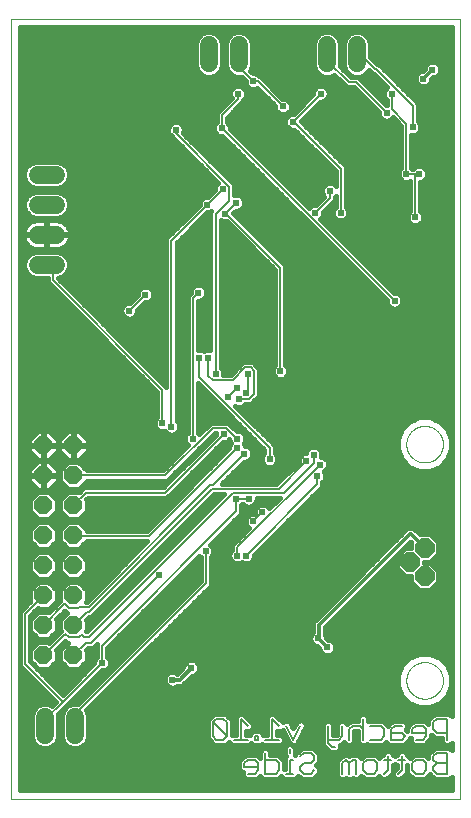
<source format=gbl>
G75*
%MOIN*%
%OFA0B0*%
%FSLAX25Y25*%
%IPPOS*%
%LPD*%
%AMOC8*
5,1,8,0,0,1.08239X$1,22.5*
%
%ADD10C,0.00000*%
%ADD11C,0.00600*%
%ADD12C,0.06000*%
%ADD13OC8,0.06450*%
%ADD14OC8,0.06000*%
%ADD15C,0.02400*%
%ADD16C,0.01200*%
%ADD17C,0.01600*%
D10*
X0004419Y0001800D02*
X0004419Y0261643D01*
X0154025Y0261643D01*
X0154045Y0001800D01*
X0004419Y0001800D01*
X0136114Y0041170D02*
X0136116Y0041326D01*
X0136122Y0041481D01*
X0136132Y0041637D01*
X0136146Y0041792D01*
X0136164Y0041947D01*
X0136185Y0042101D01*
X0136211Y0042255D01*
X0136241Y0042408D01*
X0136274Y0042560D01*
X0136312Y0042711D01*
X0136353Y0042861D01*
X0136398Y0043010D01*
X0136447Y0043158D01*
X0136500Y0043305D01*
X0136556Y0043450D01*
X0136616Y0043594D01*
X0136680Y0043736D01*
X0136747Y0043877D01*
X0136818Y0044015D01*
X0136893Y0044152D01*
X0136971Y0044287D01*
X0137052Y0044420D01*
X0137137Y0044551D01*
X0137225Y0044679D01*
X0137316Y0044806D01*
X0137410Y0044930D01*
X0137508Y0045051D01*
X0137609Y0045170D01*
X0137712Y0045286D01*
X0137819Y0045400D01*
X0137928Y0045511D01*
X0138041Y0045619D01*
X0138156Y0045724D01*
X0138273Y0045826D01*
X0138393Y0045925D01*
X0138516Y0046021D01*
X0138641Y0046114D01*
X0138769Y0046204D01*
X0138898Y0046290D01*
X0139030Y0046373D01*
X0139164Y0046453D01*
X0139300Y0046529D01*
X0139438Y0046602D01*
X0139577Y0046671D01*
X0139719Y0046736D01*
X0139862Y0046798D01*
X0140006Y0046856D01*
X0140152Y0046911D01*
X0140299Y0046962D01*
X0140448Y0047009D01*
X0140598Y0047052D01*
X0140748Y0047091D01*
X0140900Y0047127D01*
X0141053Y0047158D01*
X0141206Y0047186D01*
X0141360Y0047210D01*
X0141514Y0047230D01*
X0141669Y0047246D01*
X0141825Y0047258D01*
X0141980Y0047266D01*
X0142136Y0047270D01*
X0142292Y0047270D01*
X0142448Y0047266D01*
X0142603Y0047258D01*
X0142759Y0047246D01*
X0142914Y0047230D01*
X0143068Y0047210D01*
X0143222Y0047186D01*
X0143375Y0047158D01*
X0143528Y0047127D01*
X0143680Y0047091D01*
X0143830Y0047052D01*
X0143980Y0047009D01*
X0144129Y0046962D01*
X0144276Y0046911D01*
X0144422Y0046856D01*
X0144566Y0046798D01*
X0144709Y0046736D01*
X0144851Y0046671D01*
X0144990Y0046602D01*
X0145128Y0046529D01*
X0145264Y0046453D01*
X0145398Y0046373D01*
X0145530Y0046290D01*
X0145659Y0046204D01*
X0145787Y0046114D01*
X0145912Y0046021D01*
X0146035Y0045925D01*
X0146155Y0045826D01*
X0146272Y0045724D01*
X0146387Y0045619D01*
X0146500Y0045511D01*
X0146609Y0045400D01*
X0146716Y0045286D01*
X0146819Y0045170D01*
X0146920Y0045051D01*
X0147018Y0044930D01*
X0147112Y0044806D01*
X0147203Y0044679D01*
X0147291Y0044551D01*
X0147376Y0044420D01*
X0147457Y0044287D01*
X0147535Y0044152D01*
X0147610Y0044015D01*
X0147681Y0043877D01*
X0147748Y0043736D01*
X0147812Y0043594D01*
X0147872Y0043450D01*
X0147928Y0043305D01*
X0147981Y0043158D01*
X0148030Y0043010D01*
X0148075Y0042861D01*
X0148116Y0042711D01*
X0148154Y0042560D01*
X0148187Y0042408D01*
X0148217Y0042255D01*
X0148243Y0042101D01*
X0148264Y0041947D01*
X0148282Y0041792D01*
X0148296Y0041637D01*
X0148306Y0041481D01*
X0148312Y0041326D01*
X0148314Y0041170D01*
X0148312Y0041014D01*
X0148306Y0040859D01*
X0148296Y0040703D01*
X0148282Y0040548D01*
X0148264Y0040393D01*
X0148243Y0040239D01*
X0148217Y0040085D01*
X0148187Y0039932D01*
X0148154Y0039780D01*
X0148116Y0039629D01*
X0148075Y0039479D01*
X0148030Y0039330D01*
X0147981Y0039182D01*
X0147928Y0039035D01*
X0147872Y0038890D01*
X0147812Y0038746D01*
X0147748Y0038604D01*
X0147681Y0038463D01*
X0147610Y0038325D01*
X0147535Y0038188D01*
X0147457Y0038053D01*
X0147376Y0037920D01*
X0147291Y0037789D01*
X0147203Y0037661D01*
X0147112Y0037534D01*
X0147018Y0037410D01*
X0146920Y0037289D01*
X0146819Y0037170D01*
X0146716Y0037054D01*
X0146609Y0036940D01*
X0146500Y0036829D01*
X0146387Y0036721D01*
X0146272Y0036616D01*
X0146155Y0036514D01*
X0146035Y0036415D01*
X0145912Y0036319D01*
X0145787Y0036226D01*
X0145659Y0036136D01*
X0145530Y0036050D01*
X0145398Y0035967D01*
X0145264Y0035887D01*
X0145128Y0035811D01*
X0144990Y0035738D01*
X0144851Y0035669D01*
X0144709Y0035604D01*
X0144566Y0035542D01*
X0144422Y0035484D01*
X0144276Y0035429D01*
X0144129Y0035378D01*
X0143980Y0035331D01*
X0143830Y0035288D01*
X0143680Y0035249D01*
X0143528Y0035213D01*
X0143375Y0035182D01*
X0143222Y0035154D01*
X0143068Y0035130D01*
X0142914Y0035110D01*
X0142759Y0035094D01*
X0142603Y0035082D01*
X0142448Y0035074D01*
X0142292Y0035070D01*
X0142136Y0035070D01*
X0141980Y0035074D01*
X0141825Y0035082D01*
X0141669Y0035094D01*
X0141514Y0035110D01*
X0141360Y0035130D01*
X0141206Y0035154D01*
X0141053Y0035182D01*
X0140900Y0035213D01*
X0140748Y0035249D01*
X0140598Y0035288D01*
X0140448Y0035331D01*
X0140299Y0035378D01*
X0140152Y0035429D01*
X0140006Y0035484D01*
X0139862Y0035542D01*
X0139719Y0035604D01*
X0139577Y0035669D01*
X0139438Y0035738D01*
X0139300Y0035811D01*
X0139164Y0035887D01*
X0139030Y0035967D01*
X0138898Y0036050D01*
X0138769Y0036136D01*
X0138641Y0036226D01*
X0138516Y0036319D01*
X0138393Y0036415D01*
X0138273Y0036514D01*
X0138156Y0036616D01*
X0138041Y0036721D01*
X0137928Y0036829D01*
X0137819Y0036940D01*
X0137712Y0037054D01*
X0137609Y0037170D01*
X0137508Y0037289D01*
X0137410Y0037410D01*
X0137316Y0037534D01*
X0137225Y0037661D01*
X0137137Y0037789D01*
X0137052Y0037920D01*
X0136971Y0038053D01*
X0136893Y0038188D01*
X0136818Y0038325D01*
X0136747Y0038463D01*
X0136680Y0038604D01*
X0136616Y0038746D01*
X0136556Y0038890D01*
X0136500Y0039035D01*
X0136447Y0039182D01*
X0136398Y0039330D01*
X0136353Y0039479D01*
X0136312Y0039629D01*
X0136274Y0039780D01*
X0136241Y0039932D01*
X0136211Y0040085D01*
X0136185Y0040239D01*
X0136164Y0040393D01*
X0136146Y0040548D01*
X0136132Y0040703D01*
X0136122Y0040859D01*
X0136116Y0041014D01*
X0136114Y0041170D01*
X0136114Y0119910D02*
X0136116Y0120066D01*
X0136122Y0120221D01*
X0136132Y0120377D01*
X0136146Y0120532D01*
X0136164Y0120687D01*
X0136185Y0120841D01*
X0136211Y0120995D01*
X0136241Y0121148D01*
X0136274Y0121300D01*
X0136312Y0121451D01*
X0136353Y0121601D01*
X0136398Y0121750D01*
X0136447Y0121898D01*
X0136500Y0122045D01*
X0136556Y0122190D01*
X0136616Y0122334D01*
X0136680Y0122476D01*
X0136747Y0122617D01*
X0136818Y0122755D01*
X0136893Y0122892D01*
X0136971Y0123027D01*
X0137052Y0123160D01*
X0137137Y0123291D01*
X0137225Y0123419D01*
X0137316Y0123546D01*
X0137410Y0123670D01*
X0137508Y0123791D01*
X0137609Y0123910D01*
X0137712Y0124026D01*
X0137819Y0124140D01*
X0137928Y0124251D01*
X0138041Y0124359D01*
X0138156Y0124464D01*
X0138273Y0124566D01*
X0138393Y0124665D01*
X0138516Y0124761D01*
X0138641Y0124854D01*
X0138769Y0124944D01*
X0138898Y0125030D01*
X0139030Y0125113D01*
X0139164Y0125193D01*
X0139300Y0125269D01*
X0139438Y0125342D01*
X0139577Y0125411D01*
X0139719Y0125476D01*
X0139862Y0125538D01*
X0140006Y0125596D01*
X0140152Y0125651D01*
X0140299Y0125702D01*
X0140448Y0125749D01*
X0140598Y0125792D01*
X0140748Y0125831D01*
X0140900Y0125867D01*
X0141053Y0125898D01*
X0141206Y0125926D01*
X0141360Y0125950D01*
X0141514Y0125970D01*
X0141669Y0125986D01*
X0141825Y0125998D01*
X0141980Y0126006D01*
X0142136Y0126010D01*
X0142292Y0126010D01*
X0142448Y0126006D01*
X0142603Y0125998D01*
X0142759Y0125986D01*
X0142914Y0125970D01*
X0143068Y0125950D01*
X0143222Y0125926D01*
X0143375Y0125898D01*
X0143528Y0125867D01*
X0143680Y0125831D01*
X0143830Y0125792D01*
X0143980Y0125749D01*
X0144129Y0125702D01*
X0144276Y0125651D01*
X0144422Y0125596D01*
X0144566Y0125538D01*
X0144709Y0125476D01*
X0144851Y0125411D01*
X0144990Y0125342D01*
X0145128Y0125269D01*
X0145264Y0125193D01*
X0145398Y0125113D01*
X0145530Y0125030D01*
X0145659Y0124944D01*
X0145787Y0124854D01*
X0145912Y0124761D01*
X0146035Y0124665D01*
X0146155Y0124566D01*
X0146272Y0124464D01*
X0146387Y0124359D01*
X0146500Y0124251D01*
X0146609Y0124140D01*
X0146716Y0124026D01*
X0146819Y0123910D01*
X0146920Y0123791D01*
X0147018Y0123670D01*
X0147112Y0123546D01*
X0147203Y0123419D01*
X0147291Y0123291D01*
X0147376Y0123160D01*
X0147457Y0123027D01*
X0147535Y0122892D01*
X0147610Y0122755D01*
X0147681Y0122617D01*
X0147748Y0122476D01*
X0147812Y0122334D01*
X0147872Y0122190D01*
X0147928Y0122045D01*
X0147981Y0121898D01*
X0148030Y0121750D01*
X0148075Y0121601D01*
X0148116Y0121451D01*
X0148154Y0121300D01*
X0148187Y0121148D01*
X0148217Y0120995D01*
X0148243Y0120841D01*
X0148264Y0120687D01*
X0148282Y0120532D01*
X0148296Y0120377D01*
X0148306Y0120221D01*
X0148312Y0120066D01*
X0148314Y0119910D01*
X0148312Y0119754D01*
X0148306Y0119599D01*
X0148296Y0119443D01*
X0148282Y0119288D01*
X0148264Y0119133D01*
X0148243Y0118979D01*
X0148217Y0118825D01*
X0148187Y0118672D01*
X0148154Y0118520D01*
X0148116Y0118369D01*
X0148075Y0118219D01*
X0148030Y0118070D01*
X0147981Y0117922D01*
X0147928Y0117775D01*
X0147872Y0117630D01*
X0147812Y0117486D01*
X0147748Y0117344D01*
X0147681Y0117203D01*
X0147610Y0117065D01*
X0147535Y0116928D01*
X0147457Y0116793D01*
X0147376Y0116660D01*
X0147291Y0116529D01*
X0147203Y0116401D01*
X0147112Y0116274D01*
X0147018Y0116150D01*
X0146920Y0116029D01*
X0146819Y0115910D01*
X0146716Y0115794D01*
X0146609Y0115680D01*
X0146500Y0115569D01*
X0146387Y0115461D01*
X0146272Y0115356D01*
X0146155Y0115254D01*
X0146035Y0115155D01*
X0145912Y0115059D01*
X0145787Y0114966D01*
X0145659Y0114876D01*
X0145530Y0114790D01*
X0145398Y0114707D01*
X0145264Y0114627D01*
X0145128Y0114551D01*
X0144990Y0114478D01*
X0144851Y0114409D01*
X0144709Y0114344D01*
X0144566Y0114282D01*
X0144422Y0114224D01*
X0144276Y0114169D01*
X0144129Y0114118D01*
X0143980Y0114071D01*
X0143830Y0114028D01*
X0143680Y0113989D01*
X0143528Y0113953D01*
X0143375Y0113922D01*
X0143222Y0113894D01*
X0143068Y0113870D01*
X0142914Y0113850D01*
X0142759Y0113834D01*
X0142603Y0113822D01*
X0142448Y0113814D01*
X0142292Y0113810D01*
X0142136Y0113810D01*
X0141980Y0113814D01*
X0141825Y0113822D01*
X0141669Y0113834D01*
X0141514Y0113850D01*
X0141360Y0113870D01*
X0141206Y0113894D01*
X0141053Y0113922D01*
X0140900Y0113953D01*
X0140748Y0113989D01*
X0140598Y0114028D01*
X0140448Y0114071D01*
X0140299Y0114118D01*
X0140152Y0114169D01*
X0140006Y0114224D01*
X0139862Y0114282D01*
X0139719Y0114344D01*
X0139577Y0114409D01*
X0139438Y0114478D01*
X0139300Y0114551D01*
X0139164Y0114627D01*
X0139030Y0114707D01*
X0138898Y0114790D01*
X0138769Y0114876D01*
X0138641Y0114966D01*
X0138516Y0115059D01*
X0138393Y0115155D01*
X0138273Y0115254D01*
X0138156Y0115356D01*
X0138041Y0115461D01*
X0137928Y0115569D01*
X0137819Y0115680D01*
X0137712Y0115794D01*
X0137609Y0115910D01*
X0137508Y0116029D01*
X0137410Y0116150D01*
X0137316Y0116274D01*
X0137225Y0116401D01*
X0137137Y0116529D01*
X0137052Y0116660D01*
X0136971Y0116793D01*
X0136893Y0116928D01*
X0136818Y0117065D01*
X0136747Y0117203D01*
X0136680Y0117344D01*
X0136616Y0117486D01*
X0136556Y0117630D01*
X0136500Y0117775D01*
X0136447Y0117922D01*
X0136398Y0118070D01*
X0136353Y0118219D01*
X0136312Y0118369D01*
X0136274Y0118520D01*
X0136241Y0118672D01*
X0136211Y0118825D01*
X0136185Y0118979D01*
X0136164Y0119133D01*
X0136146Y0119288D01*
X0136132Y0119443D01*
X0136122Y0119599D01*
X0136116Y0119754D01*
X0136114Y0119910D01*
D11*
X0107319Y0113100D02*
X0079719Y0085500D01*
X0079719Y0082800D01*
X0082719Y0082800D02*
X0106419Y0106500D01*
X0106419Y0109200D01*
X0105219Y0113700D02*
X0095319Y0103800D01*
X0078219Y0103800D01*
X0030219Y0055800D01*
X0028719Y0055800D01*
X0028119Y0056400D01*
X0027819Y0056400D01*
X0026919Y0055500D01*
X0023619Y0055500D01*
X0022419Y0056700D01*
X0015219Y0049500D01*
X0015167Y0049477D01*
X0008919Y0046800D02*
X0021669Y0034050D01*
X0034719Y0047100D01*
X0034719Y0052800D01*
X0079419Y0097500D01*
X0079419Y0101700D01*
X0083619Y0101700D01*
X0088119Y0097200D02*
X0085119Y0094200D01*
X0093519Y0105000D02*
X0071319Y0105000D01*
X0030219Y0063900D01*
X0029619Y0063900D01*
X0025419Y0059700D01*
X0025167Y0059477D01*
X0026619Y0065400D02*
X0023619Y0065400D01*
X0022419Y0066600D01*
X0022119Y0066600D01*
X0015219Y0059700D01*
X0015167Y0059477D01*
X0008919Y0063300D02*
X0014919Y0069300D01*
X0015167Y0069477D01*
X0008919Y0063300D02*
X0008919Y0046800D01*
X0021669Y0034050D02*
X0015819Y0028200D01*
X0015819Y0026100D01*
X0015659Y0025914D01*
X0025659Y0025914D02*
X0025719Y0026100D01*
X0025719Y0030000D01*
X0069219Y0073500D01*
X0069219Y0084300D01*
X0055719Y0103800D02*
X0029319Y0103800D01*
X0025119Y0099600D01*
X0025167Y0099477D01*
X0025167Y0089477D02*
X0025419Y0089400D01*
X0050319Y0089400D01*
X0079719Y0118800D01*
X0079719Y0121800D02*
X0076119Y0125400D01*
X0071619Y0125400D01*
X0055719Y0109500D01*
X0025419Y0109500D01*
X0025167Y0109477D01*
X0054819Y0126900D02*
X0054819Y0138000D01*
X0018219Y0174600D01*
X0018219Y0177900D01*
X0016419Y0179700D01*
X0016230Y0179713D01*
X0043719Y0164400D02*
X0049119Y0169800D01*
X0057819Y0187800D02*
X0069819Y0199800D01*
X0074919Y0204900D01*
X0077019Y0205800D02*
X0077019Y0201000D01*
X0072519Y0196500D01*
X0072519Y0143400D01*
X0071619Y0141300D02*
X0078219Y0141300D01*
X0082419Y0145500D01*
X0084219Y0145500D01*
X0085419Y0144300D01*
X0085419Y0136800D01*
X0083619Y0135000D01*
X0080319Y0135000D01*
X0082719Y0137100D02*
X0083319Y0137700D01*
X0083319Y0143400D01*
X0079719Y0138600D02*
X0076719Y0135600D01*
X0071619Y0141300D02*
X0070119Y0142800D01*
X0070119Y0148800D01*
X0067119Y0148800D02*
X0067119Y0142200D01*
X0090519Y0118800D01*
X0090519Y0114900D01*
X0093519Y0105000D02*
X0102819Y0114300D01*
X0105219Y0113700D02*
X0105219Y0116400D01*
X0094119Y0144300D02*
X0094119Y0178800D01*
X0076119Y0196800D01*
X0075819Y0196800D01*
X0079419Y0200400D01*
X0077019Y0205800D02*
X0059319Y0223500D01*
X0059319Y0224700D01*
X0074619Y0225300D02*
X0132219Y0167700D01*
X0139119Y0195600D02*
X0139119Y0210000D01*
X0140319Y0210000D01*
X0139119Y0210000D02*
X0136119Y0210000D01*
X0136119Y0226800D01*
X0131319Y0231600D01*
X0131319Y0236700D01*
X0129519Y0230400D02*
X0119319Y0240600D01*
X0116919Y0240600D01*
X0109719Y0247800D01*
X0109719Y0249600D01*
X0109655Y0249831D01*
X0107619Y0236700D02*
X0098319Y0227400D01*
X0098619Y0227400D01*
X0114219Y0211800D01*
X0114219Y0197100D01*
X0110619Y0201900D02*
X0105819Y0197100D01*
X0110619Y0201900D02*
X0110619Y0204300D01*
X0095019Y0232500D02*
X0086619Y0240900D01*
X0085119Y0240900D01*
X0080319Y0245700D01*
X0080319Y0249600D01*
X0080285Y0249831D01*
X0080019Y0236700D02*
X0080019Y0234900D01*
X0074619Y0229500D01*
X0074619Y0225300D01*
X0057819Y0187800D02*
X0057819Y0125700D01*
X0065019Y0121800D02*
X0065019Y0168600D01*
X0066819Y0170400D01*
X0075219Y0123300D02*
X0055719Y0103800D01*
X0070719Y0106200D02*
X0030219Y0065700D01*
X0026919Y0065700D01*
X0026619Y0065400D01*
X0029319Y0053700D02*
X0025119Y0049500D01*
X0025167Y0049477D01*
X0029319Y0053700D02*
X0031119Y0053700D01*
X0053619Y0076200D01*
X0070719Y0106200D02*
X0071619Y0106200D01*
X0082119Y0116700D01*
X0080972Y0028380D02*
X0080972Y0021374D01*
X0083307Y0021374D02*
X0078637Y0021374D01*
X0076309Y0022542D02*
X0076309Y0027212D01*
X0075142Y0028380D01*
X0072806Y0028380D01*
X0071639Y0027212D01*
X0076309Y0022542D01*
X0075142Y0021374D01*
X0072806Y0021374D01*
X0071639Y0022542D01*
X0071639Y0027212D01*
X0080972Y0028380D02*
X0083307Y0026045D01*
X0085639Y0022542D02*
X0085639Y0021374D01*
X0086806Y0021374D01*
X0086806Y0022542D01*
X0085639Y0022542D01*
X0089134Y0021374D02*
X0093804Y0021374D01*
X0098467Y0021374D02*
X0096131Y0026045D01*
X0093804Y0026045D02*
X0091469Y0028380D01*
X0091469Y0021374D01*
X0089133Y0016980D02*
X0089133Y0009974D01*
X0092636Y0009974D01*
X0093804Y0011142D01*
X0093804Y0013477D01*
X0092636Y0014645D01*
X0089133Y0014645D01*
X0086806Y0013477D02*
X0086806Y0011142D01*
X0085639Y0009974D01*
X0083303Y0009974D01*
X0082136Y0012309D02*
X0086806Y0012309D01*
X0086806Y0013477D02*
X0085639Y0014645D01*
X0083303Y0014645D01*
X0082136Y0013477D01*
X0082136Y0012309D01*
X0096134Y0009974D02*
X0098469Y0009974D01*
X0097302Y0009974D02*
X0097302Y0014645D01*
X0098469Y0014645D01*
X0097302Y0016980D02*
X0097302Y0018148D01*
X0098467Y0021374D02*
X0100802Y0026045D01*
X0101964Y0016980D02*
X0104300Y0016980D01*
X0105467Y0015812D01*
X0105467Y0014645D01*
X0104300Y0013477D01*
X0101964Y0013477D01*
X0100797Y0012309D01*
X0100797Y0011142D01*
X0101964Y0009974D01*
X0104300Y0009974D01*
X0105467Y0011142D01*
X0100797Y0015812D02*
X0101964Y0016980D01*
X0110127Y0020206D02*
X0111295Y0019039D01*
X0112463Y0019039D01*
X0113630Y0021374D02*
X0110127Y0021374D01*
X0110127Y0020206D02*
X0110127Y0026045D01*
X0114798Y0022542D02*
X0113630Y0021374D01*
X0114798Y0022542D02*
X0114798Y0026045D01*
X0117125Y0024877D02*
X0117125Y0021374D01*
X0117125Y0024877D02*
X0118293Y0026045D01*
X0120628Y0026045D01*
X0121796Y0024877D01*
X0121796Y0028380D02*
X0121796Y0021374D01*
X0124123Y0021374D02*
X0127626Y0021374D01*
X0128794Y0022542D01*
X0128794Y0024877D01*
X0127626Y0026045D01*
X0124123Y0026045D01*
X0129959Y0015812D02*
X0129959Y0011142D01*
X0128791Y0009974D01*
X0126461Y0011142D02*
X0126461Y0013477D01*
X0125294Y0014645D01*
X0122958Y0014645D01*
X0121791Y0013477D01*
X0121791Y0011142D01*
X0122958Y0009974D01*
X0125294Y0009974D01*
X0126461Y0011142D01*
X0128791Y0014645D02*
X0131127Y0014645D01*
X0133457Y0014645D02*
X0135792Y0014645D01*
X0134624Y0015812D02*
X0134624Y0011142D01*
X0133457Y0009974D01*
X0138119Y0011142D02*
X0138119Y0013477D01*
X0139287Y0014645D01*
X0141622Y0014645D01*
X0142790Y0013477D01*
X0142790Y0011142D01*
X0141622Y0009974D01*
X0139287Y0009974D01*
X0138119Y0011142D01*
X0145117Y0011142D02*
X0146285Y0009974D01*
X0149788Y0009974D01*
X0149788Y0016980D01*
X0146285Y0016980D01*
X0145117Y0015812D01*
X0145117Y0014645D01*
X0146285Y0013477D01*
X0149788Y0013477D01*
X0146285Y0013477D02*
X0145117Y0012309D01*
X0145117Y0011142D01*
X0141622Y0021374D02*
X0139287Y0021374D01*
X0141622Y0021374D02*
X0142790Y0022542D01*
X0142790Y0024877D01*
X0141622Y0026045D01*
X0139287Y0026045D01*
X0138119Y0024877D01*
X0138119Y0023709D01*
X0142790Y0023709D01*
X0145117Y0024877D02*
X0146285Y0023709D01*
X0149788Y0023709D01*
X0149788Y0021374D02*
X0149788Y0028380D01*
X0146285Y0028380D01*
X0145117Y0027212D01*
X0145117Y0024877D01*
X0135792Y0022542D02*
X0134624Y0023709D01*
X0131121Y0023709D01*
X0131121Y0024877D02*
X0131121Y0021374D01*
X0134624Y0021374D01*
X0135792Y0022542D01*
X0134624Y0026045D02*
X0132289Y0026045D01*
X0131121Y0024877D01*
X0119463Y0014645D02*
X0119463Y0009974D01*
X0117128Y0009974D02*
X0117128Y0013477D01*
X0115960Y0014645D01*
X0114793Y0013477D01*
X0114793Y0009974D01*
X0117128Y0013477D02*
X0118296Y0014645D01*
X0119463Y0014645D01*
X0138219Y0225600D02*
X0138219Y0232800D01*
X0125919Y0245100D01*
X0125619Y0245100D01*
X0121119Y0249600D01*
X0119919Y0249600D01*
X0119655Y0249831D01*
D12*
X0119655Y0252831D02*
X0119655Y0246831D01*
X0109655Y0246831D02*
X0109655Y0252831D01*
X0080285Y0252831D02*
X0080285Y0246831D01*
X0070285Y0246831D02*
X0070285Y0252831D01*
X0019230Y0209713D02*
X0013230Y0209713D01*
X0013230Y0199713D02*
X0019230Y0199713D01*
X0019230Y0189713D02*
X0013230Y0189713D01*
X0013230Y0179713D02*
X0019230Y0179713D01*
X0015659Y0028914D02*
X0015659Y0022914D01*
X0025659Y0022914D02*
X0025659Y0028914D01*
D13*
X0137477Y0080540D03*
X0142214Y0075803D03*
X0142214Y0085277D03*
D14*
X0025167Y0089477D03*
X0025167Y0079477D03*
X0025167Y0069477D03*
X0025167Y0059477D03*
X0025167Y0049477D03*
X0015167Y0049477D03*
X0015167Y0059477D03*
X0015167Y0069477D03*
X0015167Y0079477D03*
X0015167Y0089477D03*
X0015167Y0099477D03*
X0015167Y0109477D03*
X0015167Y0119477D03*
X0025167Y0119477D03*
X0025167Y0109477D03*
X0025167Y0099477D03*
D15*
X0039360Y0068729D03*
X0053619Y0076200D03*
X0067119Y0095700D03*
X0069219Y0084300D03*
X0079719Y0082800D03*
X0082719Y0082800D03*
X0085119Y0094200D03*
X0088119Y0097200D03*
X0083619Y0101700D03*
X0079419Y0101700D03*
X0082119Y0116700D03*
X0079719Y0118800D03*
X0079719Y0121800D03*
X0075219Y0123300D03*
X0076719Y0135600D03*
X0079719Y0138600D03*
X0080319Y0135000D03*
X0082719Y0137100D03*
X0083319Y0143400D03*
X0072519Y0143400D03*
X0070119Y0148800D03*
X0067119Y0148800D03*
X0066819Y0170400D03*
X0049119Y0169800D03*
X0043719Y0164400D03*
X0035619Y0164700D03*
X0054819Y0126900D03*
X0057819Y0125700D03*
X0065019Y0121800D03*
X0090519Y0114900D03*
X0102819Y0114300D03*
X0105219Y0116400D03*
X0107319Y0113100D03*
X0106419Y0109200D03*
X0094119Y0144300D03*
X0126519Y0182400D03*
X0132219Y0167700D03*
X0139119Y0195600D03*
X0140319Y0210000D03*
X0136119Y0210000D03*
X0138219Y0225600D03*
X0131319Y0236700D03*
X0129519Y0230400D03*
X0141819Y0241800D03*
X0144819Y0244800D03*
X0135519Y0249900D03*
X0107619Y0236700D03*
X0097419Y0230400D03*
X0098319Y0227400D03*
X0095019Y0232500D03*
X0085119Y0240900D03*
X0080019Y0236700D03*
X0078519Y0230400D03*
X0074619Y0225300D03*
X0074919Y0204900D03*
X0079419Y0200400D03*
X0075819Y0196800D03*
X0069819Y0199800D03*
X0059319Y0224700D03*
X0028119Y0231300D03*
X0097119Y0249000D03*
X0110619Y0204300D03*
X0114219Y0197100D03*
X0105819Y0197100D03*
X0106719Y0055200D03*
X0109719Y0052200D03*
X0064419Y0045300D03*
X0058119Y0041400D03*
X0034719Y0047100D03*
X0022419Y0019200D03*
D16*
X0039360Y0068729D02*
X0043789Y0072666D01*
X0064419Y0045300D02*
X0060519Y0041400D01*
X0058119Y0041400D01*
X0106719Y0055200D02*
X0107019Y0055500D01*
X0107019Y0059700D01*
X0137319Y0090000D01*
X0137619Y0090000D01*
X0142119Y0085500D01*
X0142214Y0085277D01*
X0109719Y0052200D02*
X0106719Y0055200D01*
X0141819Y0241800D02*
X0144819Y0244800D01*
D17*
X0145047Y0242200D02*
X0144419Y0241572D01*
X0144419Y0241283D01*
X0144023Y0240327D01*
X0143291Y0239596D01*
X0142336Y0239200D01*
X0141301Y0239200D01*
X0140346Y0239596D01*
X0139614Y0240327D01*
X0139219Y0241283D01*
X0139219Y0242317D01*
X0139614Y0243273D01*
X0140346Y0244004D01*
X0141301Y0244400D01*
X0141590Y0244400D01*
X0142219Y0245028D01*
X0142219Y0245317D01*
X0142614Y0246273D01*
X0143346Y0247004D01*
X0144301Y0247400D01*
X0145336Y0247400D01*
X0146291Y0247004D01*
X0147023Y0246273D01*
X0147419Y0245317D01*
X0147419Y0244283D01*
X0147023Y0243327D01*
X0146291Y0242596D01*
X0145336Y0242200D01*
X0145047Y0242200D01*
X0144424Y0241577D02*
X0151226Y0241577D01*
X0151226Y0243175D02*
X0146871Y0243175D01*
X0147419Y0244774D02*
X0151226Y0244774D01*
X0151226Y0246372D02*
X0146923Y0246372D01*
X0142714Y0246372D02*
X0127051Y0246372D01*
X0126623Y0246800D02*
X0126323Y0246800D01*
X0124055Y0249068D01*
X0124055Y0253707D01*
X0123385Y0255324D01*
X0122147Y0256562D01*
X0120530Y0257231D01*
X0118780Y0257231D01*
X0117162Y0256562D01*
X0115925Y0255324D01*
X0115255Y0253707D01*
X0115255Y0245956D01*
X0115925Y0244339D01*
X0117162Y0243101D01*
X0118780Y0242431D01*
X0120530Y0242431D01*
X0122147Y0243101D01*
X0123385Y0244339D01*
X0123558Y0244757D01*
X0124914Y0243400D01*
X0125214Y0243400D01*
X0129778Y0238836D01*
X0129114Y0238173D01*
X0128719Y0237217D01*
X0128719Y0236183D01*
X0129114Y0235227D01*
X0129619Y0234723D01*
X0129619Y0233000D01*
X0129323Y0233000D01*
X0121019Y0241304D01*
X0120023Y0242300D01*
X0117623Y0242300D01*
X0114029Y0245894D01*
X0114055Y0245956D01*
X0114055Y0253707D01*
X0113385Y0255324D01*
X0112147Y0256562D01*
X0110530Y0257231D01*
X0108780Y0257231D01*
X0107162Y0256562D01*
X0105925Y0255324D01*
X0105255Y0253707D01*
X0105255Y0245956D01*
X0105925Y0244339D01*
X0107162Y0243101D01*
X0108780Y0242431D01*
X0110530Y0242431D01*
X0112052Y0243062D01*
X0116214Y0238900D01*
X0118614Y0238900D01*
X0126919Y0230596D01*
X0126919Y0229883D01*
X0127314Y0228927D01*
X0128046Y0228196D01*
X0129001Y0227800D01*
X0130036Y0227800D01*
X0130991Y0228196D01*
X0131655Y0228859D01*
X0134419Y0226096D01*
X0134419Y0211977D01*
X0133914Y0211473D01*
X0133519Y0210517D01*
X0133519Y0209483D01*
X0133914Y0208527D01*
X0134646Y0207796D01*
X0135601Y0207400D01*
X0136636Y0207400D01*
X0137419Y0207724D01*
X0137419Y0197577D01*
X0136914Y0197073D01*
X0136519Y0196117D01*
X0136519Y0195083D01*
X0136914Y0194127D01*
X0137646Y0193396D01*
X0138601Y0193000D01*
X0139636Y0193000D01*
X0140591Y0193396D01*
X0141323Y0194127D01*
X0141719Y0195083D01*
X0141719Y0196117D01*
X0141323Y0197073D01*
X0140819Y0197577D01*
X0140819Y0207400D01*
X0140836Y0207400D01*
X0141791Y0207796D01*
X0142523Y0208527D01*
X0142919Y0209483D01*
X0142919Y0210517D01*
X0142523Y0211473D01*
X0141791Y0212204D01*
X0140836Y0212600D01*
X0139801Y0212600D01*
X0138846Y0212204D01*
X0138342Y0211700D01*
X0138096Y0211700D01*
X0137819Y0211977D01*
X0137819Y0223000D01*
X0138736Y0223000D01*
X0139691Y0223396D01*
X0140423Y0224127D01*
X0140819Y0225083D01*
X0140819Y0226117D01*
X0140423Y0227073D01*
X0139919Y0227577D01*
X0139919Y0233504D01*
X0127619Y0245804D01*
X0126623Y0246800D01*
X0125152Y0247971D02*
X0151226Y0247971D01*
X0151226Y0249569D02*
X0124055Y0249569D01*
X0124055Y0251168D02*
X0151226Y0251168D01*
X0151226Y0252766D02*
X0124055Y0252766D01*
X0123782Y0254365D02*
X0151225Y0254365D01*
X0151225Y0255963D02*
X0122746Y0255963D01*
X0116564Y0255963D02*
X0112746Y0255963D01*
X0113782Y0254365D02*
X0115527Y0254365D01*
X0115255Y0252766D02*
X0114055Y0252766D01*
X0114055Y0251168D02*
X0115255Y0251168D01*
X0115255Y0249569D02*
X0114055Y0249569D01*
X0114055Y0247971D02*
X0115255Y0247971D01*
X0115255Y0246372D02*
X0114055Y0246372D01*
X0115149Y0244774D02*
X0115745Y0244774D01*
X0116748Y0243175D02*
X0117089Y0243175D01*
X0115136Y0239978D02*
X0089945Y0239978D01*
X0091543Y0238380D02*
X0105621Y0238380D01*
X0105414Y0238173D02*
X0105019Y0237217D01*
X0105019Y0236504D01*
X0098514Y0230000D01*
X0097801Y0230000D01*
X0096846Y0229604D01*
X0096114Y0228873D01*
X0095719Y0227917D01*
X0095719Y0226883D01*
X0096114Y0225927D01*
X0096846Y0225196D01*
X0097801Y0224800D01*
X0098814Y0224800D01*
X0112519Y0211096D01*
X0112519Y0206077D01*
X0112091Y0206504D01*
X0111136Y0206900D01*
X0110101Y0206900D01*
X0109146Y0206504D01*
X0108414Y0205773D01*
X0108019Y0204817D01*
X0108019Y0203783D01*
X0108414Y0202827D01*
X0108778Y0202464D01*
X0106014Y0199700D01*
X0105301Y0199700D01*
X0104346Y0199304D01*
X0103682Y0198641D01*
X0077219Y0225104D01*
X0077219Y0225817D01*
X0076823Y0226773D01*
X0076319Y0227277D01*
X0076319Y0228796D01*
X0081719Y0234196D01*
X0081719Y0234723D01*
X0082223Y0235227D01*
X0082619Y0236183D01*
X0082619Y0237217D01*
X0082223Y0238173D01*
X0081491Y0238904D01*
X0080536Y0239300D01*
X0079501Y0239300D01*
X0078546Y0238904D01*
X0077814Y0238173D01*
X0077419Y0237217D01*
X0077419Y0236183D01*
X0077814Y0235227D01*
X0077878Y0235164D01*
X0072919Y0230204D01*
X0072919Y0227277D01*
X0072414Y0226773D01*
X0072019Y0225817D01*
X0072019Y0224783D01*
X0072414Y0223827D01*
X0073146Y0223096D01*
X0074101Y0222700D01*
X0074814Y0222700D01*
X0129619Y0167896D01*
X0129619Y0167183D01*
X0130014Y0166227D01*
X0130746Y0165496D01*
X0131701Y0165100D01*
X0132736Y0165100D01*
X0133691Y0165496D01*
X0134423Y0166227D01*
X0134819Y0167183D01*
X0134819Y0168217D01*
X0134423Y0169173D01*
X0133691Y0169904D01*
X0132736Y0170300D01*
X0132023Y0170300D01*
X0107359Y0194964D01*
X0108023Y0195627D01*
X0108419Y0196583D01*
X0108419Y0197296D01*
X0112319Y0201196D01*
X0112319Y0202323D01*
X0112519Y0202523D01*
X0112519Y0199077D01*
X0112014Y0198573D01*
X0111619Y0197617D01*
X0111619Y0196583D01*
X0112014Y0195627D01*
X0112746Y0194896D01*
X0113701Y0194500D01*
X0114736Y0194500D01*
X0115691Y0194896D01*
X0116423Y0195627D01*
X0116819Y0196583D01*
X0116819Y0197617D01*
X0116423Y0198573D01*
X0115919Y0199077D01*
X0115919Y0212504D01*
X0100919Y0227504D01*
X0100919Y0227596D01*
X0107423Y0234100D01*
X0108136Y0234100D01*
X0109091Y0234496D01*
X0109823Y0235227D01*
X0110219Y0236183D01*
X0110219Y0237217D01*
X0109823Y0238173D01*
X0109091Y0238904D01*
X0108136Y0239300D01*
X0107101Y0239300D01*
X0106146Y0238904D01*
X0105414Y0238173D01*
X0105019Y0236781D02*
X0093142Y0236781D01*
X0094740Y0235183D02*
X0103697Y0235183D01*
X0102099Y0233584D02*
X0097384Y0233584D01*
X0097223Y0233973D02*
X0096491Y0234704D01*
X0095536Y0235100D01*
X0094823Y0235100D01*
X0088319Y0241604D01*
X0087323Y0242600D01*
X0087096Y0242600D01*
X0086591Y0243104D01*
X0085636Y0243500D01*
X0084923Y0243500D01*
X0084035Y0244388D01*
X0084685Y0245956D01*
X0084685Y0253707D01*
X0084015Y0255324D01*
X0082777Y0256562D01*
X0081160Y0257231D01*
X0079410Y0257231D01*
X0077792Y0256562D01*
X0076555Y0255324D01*
X0075885Y0253707D01*
X0075885Y0245956D01*
X0076555Y0244339D01*
X0077792Y0243101D01*
X0079410Y0242431D01*
X0081160Y0242431D01*
X0081176Y0242438D01*
X0082519Y0241096D01*
X0082519Y0240383D01*
X0082914Y0239427D01*
X0083646Y0238696D01*
X0084601Y0238300D01*
X0085636Y0238300D01*
X0086469Y0238645D01*
X0092419Y0232696D01*
X0092419Y0231983D01*
X0092814Y0231027D01*
X0093546Y0230296D01*
X0094501Y0229900D01*
X0095536Y0229900D01*
X0096491Y0230296D01*
X0097223Y0231027D01*
X0097619Y0231983D01*
X0097619Y0233017D01*
X0097223Y0233973D01*
X0097619Y0231986D02*
X0100500Y0231986D01*
X0098902Y0230387D02*
X0096583Y0230387D01*
X0096080Y0228789D02*
X0076319Y0228789D01*
X0076405Y0227190D02*
X0095719Y0227190D01*
X0096450Y0225592D02*
X0077219Y0225592D01*
X0078330Y0223993D02*
X0099621Y0223993D01*
X0101220Y0222395D02*
X0079928Y0222395D01*
X0081527Y0220796D02*
X0102818Y0220796D01*
X0104417Y0219198D02*
X0083125Y0219198D01*
X0084724Y0217599D02*
X0106015Y0217599D01*
X0107614Y0216001D02*
X0086322Y0216001D01*
X0087921Y0214402D02*
X0109212Y0214402D01*
X0110811Y0212803D02*
X0089519Y0212803D01*
X0091118Y0211205D02*
X0112409Y0211205D01*
X0112519Y0209606D02*
X0092716Y0209606D01*
X0094315Y0208008D02*
X0112519Y0208008D01*
X0112519Y0206409D02*
X0112186Y0206409D01*
X0109051Y0206409D02*
X0095913Y0206409D01*
X0097512Y0204811D02*
X0108019Y0204811D01*
X0108255Y0203212D02*
X0099110Y0203212D01*
X0100709Y0201614D02*
X0107928Y0201614D01*
X0106330Y0200015D02*
X0102307Y0200015D01*
X0100696Y0196818D02*
X0078504Y0196818D01*
X0078419Y0196904D02*
X0078419Y0196996D01*
X0079223Y0197800D01*
X0079936Y0197800D01*
X0080891Y0198196D01*
X0081623Y0198927D01*
X0082019Y0199883D01*
X0082019Y0200917D01*
X0081623Y0201873D01*
X0080891Y0202604D01*
X0079936Y0203000D01*
X0078901Y0203000D01*
X0078719Y0202924D01*
X0078719Y0206504D01*
X0077723Y0207500D01*
X0061661Y0223562D01*
X0061919Y0224183D01*
X0061919Y0225217D01*
X0061523Y0226173D01*
X0060791Y0226904D01*
X0059836Y0227300D01*
X0058801Y0227300D01*
X0057846Y0226904D01*
X0057114Y0226173D01*
X0056719Y0225217D01*
X0056719Y0224183D01*
X0057114Y0223227D01*
X0057846Y0222496D01*
X0057970Y0222444D01*
X0073378Y0207036D01*
X0072714Y0206373D01*
X0072319Y0205417D01*
X0072319Y0204704D01*
X0070014Y0202400D01*
X0069301Y0202400D01*
X0068346Y0202004D01*
X0067614Y0201273D01*
X0067219Y0200317D01*
X0067219Y0199604D01*
X0056119Y0188504D01*
X0056119Y0139104D01*
X0019919Y0175304D01*
X0019919Y0175313D01*
X0020105Y0175313D01*
X0021722Y0175983D01*
X0022960Y0177221D01*
X0023630Y0178838D01*
X0023630Y0180589D01*
X0022960Y0182206D01*
X0021722Y0183444D01*
X0020105Y0184113D01*
X0012354Y0184113D01*
X0010737Y0183444D01*
X0009500Y0182206D01*
X0008830Y0180589D01*
X0008830Y0178838D01*
X0009500Y0177221D01*
X0010737Y0175983D01*
X0012354Y0175313D01*
X0016519Y0175313D01*
X0016519Y0173896D01*
X0017514Y0172900D01*
X0053119Y0137296D01*
X0053119Y0128877D01*
X0052614Y0128373D01*
X0052219Y0127417D01*
X0052219Y0126383D01*
X0052614Y0125427D01*
X0053346Y0124696D01*
X0054301Y0124300D01*
X0055336Y0124300D01*
X0055548Y0124388D01*
X0055614Y0124227D01*
X0056346Y0123496D01*
X0057301Y0123100D01*
X0058336Y0123100D01*
X0059291Y0123496D01*
X0060023Y0124227D01*
X0060419Y0125183D01*
X0060419Y0126217D01*
X0060023Y0127173D01*
X0059519Y0127677D01*
X0059519Y0187096D01*
X0069623Y0197200D01*
X0070336Y0197200D01*
X0071153Y0197538D01*
X0070819Y0197204D01*
X0070819Y0151324D01*
X0070636Y0151400D01*
X0069601Y0151400D01*
X0068646Y0151004D01*
X0068619Y0150977D01*
X0068591Y0151004D01*
X0067636Y0151400D01*
X0066719Y0151400D01*
X0066719Y0167800D01*
X0067336Y0167800D01*
X0068291Y0168196D01*
X0069023Y0168927D01*
X0069419Y0169883D01*
X0069419Y0170917D01*
X0069023Y0171873D01*
X0068291Y0172604D01*
X0067336Y0173000D01*
X0066301Y0173000D01*
X0065346Y0172604D01*
X0064614Y0171873D01*
X0064219Y0170917D01*
X0064219Y0170204D01*
X0063319Y0169304D01*
X0063319Y0123777D01*
X0062814Y0123273D01*
X0062419Y0122317D01*
X0062419Y0121283D01*
X0062814Y0120327D01*
X0063478Y0119664D01*
X0055014Y0111200D01*
X0029567Y0111200D01*
X0029567Y0111300D01*
X0026989Y0113877D01*
X0023344Y0113877D01*
X0020767Y0111300D01*
X0020767Y0107655D01*
X0023344Y0105077D01*
X0026989Y0105077D01*
X0029567Y0107655D01*
X0029567Y0107800D01*
X0056423Y0107800D01*
X0057419Y0108796D01*
X0072323Y0123700D01*
X0072619Y0123700D01*
X0072619Y0123104D01*
X0055014Y0105500D01*
X0028614Y0105500D01*
X0026990Y0103876D01*
X0026989Y0103877D01*
X0023344Y0103877D01*
X0020767Y0101300D01*
X0020767Y0097655D01*
X0023344Y0095077D01*
X0026989Y0095077D01*
X0029567Y0097655D01*
X0029567Y0101300D01*
X0029395Y0101472D01*
X0030023Y0102100D01*
X0056423Y0102100D01*
X0057419Y0103096D01*
X0075023Y0120700D01*
X0075736Y0120700D01*
X0076691Y0121096D01*
X0077119Y0121523D01*
X0077119Y0121283D01*
X0077514Y0120327D01*
X0077542Y0120300D01*
X0077514Y0120273D01*
X0077119Y0119317D01*
X0077119Y0118604D01*
X0049614Y0091100D01*
X0029567Y0091100D01*
X0029567Y0091300D01*
X0026989Y0093877D01*
X0023344Y0093877D01*
X0020767Y0091300D01*
X0020767Y0087655D01*
X0023344Y0085077D01*
X0026989Y0085077D01*
X0029567Y0087655D01*
X0029567Y0087700D01*
X0049814Y0087700D01*
X0029514Y0067400D01*
X0029312Y0067400D01*
X0029567Y0067655D01*
X0029567Y0071300D01*
X0026989Y0073877D01*
X0023344Y0073877D01*
X0020767Y0071300D01*
X0020767Y0067655D01*
X0020768Y0067653D01*
X0016990Y0063876D01*
X0016989Y0063877D01*
X0013344Y0063877D01*
X0010767Y0061300D01*
X0010767Y0057655D01*
X0013344Y0055077D01*
X0016989Y0055077D01*
X0019567Y0057655D01*
X0019567Y0061300D01*
X0019395Y0061472D01*
X0022269Y0064346D01*
X0022914Y0063700D01*
X0023167Y0063700D01*
X0020767Y0061300D01*
X0020767Y0057655D01*
X0020868Y0057553D01*
X0017090Y0053776D01*
X0016989Y0053877D01*
X0013344Y0053877D01*
X0010767Y0051300D01*
X0010767Y0047655D01*
X0013344Y0045077D01*
X0016989Y0045077D01*
X0019567Y0047655D01*
X0019567Y0051300D01*
X0019495Y0051372D01*
X0022419Y0054296D01*
X0022914Y0053800D01*
X0023267Y0053800D01*
X0020767Y0051300D01*
X0020767Y0047655D01*
X0023344Y0045077D01*
X0026989Y0045077D01*
X0029567Y0047655D01*
X0029567Y0051300D01*
X0029445Y0051422D01*
X0030023Y0052000D01*
X0031823Y0052000D01*
X0033019Y0053196D01*
X0033019Y0049077D01*
X0032514Y0048573D01*
X0032119Y0047617D01*
X0032119Y0046904D01*
X0021669Y0036454D01*
X0010619Y0047504D01*
X0010619Y0062596D01*
X0013222Y0065199D01*
X0013344Y0065077D01*
X0016989Y0065077D01*
X0019567Y0067655D01*
X0019567Y0071300D01*
X0016989Y0073877D01*
X0013344Y0073877D01*
X0010767Y0071300D01*
X0010767Y0067655D01*
X0010818Y0067603D01*
X0008214Y0065000D01*
X0007219Y0064004D01*
X0007219Y0046096D01*
X0019264Y0034050D01*
X0017944Y0032730D01*
X0016534Y0033314D01*
X0014784Y0033314D01*
X0013166Y0032644D01*
X0011929Y0031407D01*
X0011259Y0029789D01*
X0011259Y0022039D01*
X0011929Y0020422D01*
X0013166Y0019184D01*
X0014784Y0018514D01*
X0016534Y0018514D01*
X0018151Y0019184D01*
X0019389Y0020422D01*
X0020059Y0022039D01*
X0020059Y0029789D01*
X0019987Y0029964D01*
X0022373Y0032350D01*
X0023369Y0033346D01*
X0034523Y0044500D01*
X0035236Y0044500D01*
X0036191Y0044896D01*
X0036923Y0045627D01*
X0037319Y0046583D01*
X0037319Y0047617D01*
X0036923Y0048573D01*
X0036419Y0049077D01*
X0036419Y0052096D01*
X0067082Y0082759D01*
X0067519Y0082323D01*
X0067519Y0074204D01*
X0026601Y0033286D01*
X0026534Y0033314D01*
X0024784Y0033314D01*
X0023166Y0032644D01*
X0021929Y0031407D01*
X0021259Y0029789D01*
X0021259Y0022039D01*
X0021929Y0020422D01*
X0023166Y0019184D01*
X0024784Y0018514D01*
X0026534Y0018514D01*
X0028151Y0019184D01*
X0029389Y0020422D01*
X0030059Y0022039D01*
X0030059Y0029789D01*
X0029430Y0031307D01*
X0070919Y0072796D01*
X0070919Y0082323D01*
X0071423Y0082827D01*
X0071819Y0083783D01*
X0071819Y0084817D01*
X0071423Y0085773D01*
X0070759Y0086436D01*
X0081119Y0096796D01*
X0081119Y0099723D01*
X0081396Y0100000D01*
X0081642Y0100000D01*
X0082146Y0099496D01*
X0083101Y0099100D01*
X0084136Y0099100D01*
X0085091Y0099496D01*
X0085823Y0100227D01*
X0086219Y0101183D01*
X0086219Y0102100D01*
X0093914Y0102100D01*
X0090371Y0098556D01*
X0090323Y0098673D01*
X0089591Y0099404D01*
X0088636Y0099800D01*
X0087601Y0099800D01*
X0086646Y0099404D01*
X0085914Y0098673D01*
X0085519Y0097717D01*
X0085519Y0097004D01*
X0085314Y0096800D01*
X0084601Y0096800D01*
X0083646Y0096404D01*
X0082914Y0095673D01*
X0082519Y0094717D01*
X0082519Y0093683D01*
X0082914Y0092727D01*
X0083646Y0091996D01*
X0083762Y0091948D01*
X0079014Y0087200D01*
X0078019Y0086204D01*
X0078019Y0084777D01*
X0077514Y0084273D01*
X0077119Y0083317D01*
X0077119Y0082283D01*
X0077514Y0081327D01*
X0078246Y0080596D01*
X0079201Y0080200D01*
X0080236Y0080200D01*
X0081191Y0080596D01*
X0081219Y0080623D01*
X0081246Y0080596D01*
X0082201Y0080200D01*
X0083236Y0080200D01*
X0084191Y0080596D01*
X0084923Y0081327D01*
X0085319Y0082283D01*
X0085319Y0082996D01*
X0108119Y0105796D01*
X0108119Y0107223D01*
X0108623Y0107727D01*
X0109019Y0108683D01*
X0109019Y0109717D01*
X0108623Y0110673D01*
X0108514Y0110781D01*
X0108791Y0110896D01*
X0109523Y0111627D01*
X0109919Y0112583D01*
X0109919Y0113617D01*
X0109523Y0114573D01*
X0108791Y0115304D01*
X0107836Y0115700D01*
X0107743Y0115700D01*
X0107819Y0115883D01*
X0107819Y0116917D01*
X0107423Y0117873D01*
X0106691Y0118604D01*
X0105736Y0119000D01*
X0104701Y0119000D01*
X0103746Y0118604D01*
X0103014Y0117873D01*
X0102619Y0116917D01*
X0102619Y0116900D01*
X0102301Y0116900D01*
X0101346Y0116504D01*
X0100614Y0115773D01*
X0100219Y0114817D01*
X0100219Y0114104D01*
X0092814Y0106700D01*
X0074523Y0106700D01*
X0081923Y0114100D01*
X0082636Y0114100D01*
X0083591Y0114496D01*
X0084323Y0115227D01*
X0084719Y0116183D01*
X0084719Y0117217D01*
X0084323Y0118173D01*
X0083591Y0118904D01*
X0082636Y0119300D01*
X0082319Y0119300D01*
X0082319Y0119317D01*
X0081923Y0120273D01*
X0081896Y0120300D01*
X0081923Y0120327D01*
X0082319Y0121283D01*
X0082319Y0122317D01*
X0081923Y0123273D01*
X0081191Y0124004D01*
X0080236Y0124400D01*
X0079523Y0124400D01*
X0077819Y0126104D01*
X0076823Y0127100D01*
X0070914Y0127100D01*
X0067155Y0123341D01*
X0066719Y0123777D01*
X0066719Y0140196D01*
X0088819Y0118096D01*
X0088819Y0116877D01*
X0088314Y0116373D01*
X0087919Y0115417D01*
X0087919Y0114383D01*
X0088314Y0113427D01*
X0089046Y0112696D01*
X0090001Y0112300D01*
X0091036Y0112300D01*
X0091991Y0112696D01*
X0092723Y0113427D01*
X0093119Y0114383D01*
X0093119Y0115417D01*
X0092723Y0116373D01*
X0092219Y0116877D01*
X0092219Y0119504D01*
X0078984Y0132738D01*
X0079801Y0132400D01*
X0080836Y0132400D01*
X0081791Y0132796D01*
X0082296Y0133300D01*
X0084323Y0133300D01*
X0085319Y0134296D01*
X0087119Y0136096D01*
X0087119Y0145004D01*
X0086123Y0146000D01*
X0084923Y0147200D01*
X0081714Y0147200D01*
X0080719Y0146204D01*
X0077514Y0143000D01*
X0075119Y0143000D01*
X0075119Y0143917D01*
X0074723Y0144873D01*
X0074219Y0145377D01*
X0074219Y0194723D01*
X0074346Y0194596D01*
X0075301Y0194200D01*
X0076314Y0194200D01*
X0092419Y0178096D01*
X0092419Y0146277D01*
X0091914Y0145773D01*
X0091519Y0144817D01*
X0091519Y0143783D01*
X0091914Y0142827D01*
X0092646Y0142096D01*
X0093601Y0141700D01*
X0094636Y0141700D01*
X0095591Y0142096D01*
X0096323Y0142827D01*
X0096719Y0143783D01*
X0096719Y0144817D01*
X0096323Y0145773D01*
X0095819Y0146277D01*
X0095819Y0179504D01*
X0078419Y0196904D01*
X0080103Y0195220D02*
X0102295Y0195220D01*
X0103893Y0193621D02*
X0081701Y0193621D01*
X0083300Y0192023D02*
X0105492Y0192023D01*
X0107090Y0190424D02*
X0084898Y0190424D01*
X0086497Y0188826D02*
X0108689Y0188826D01*
X0110287Y0187227D02*
X0088095Y0187227D01*
X0089694Y0185629D02*
X0111886Y0185629D01*
X0113484Y0184030D02*
X0091292Y0184030D01*
X0092891Y0182432D02*
X0115083Y0182432D01*
X0116681Y0180833D02*
X0094490Y0180833D01*
X0095819Y0179235D02*
X0118280Y0179235D01*
X0119878Y0177636D02*
X0095819Y0177636D01*
X0095819Y0176038D02*
X0121477Y0176038D01*
X0123075Y0174439D02*
X0095819Y0174439D01*
X0095819Y0172841D02*
X0124674Y0172841D01*
X0126272Y0171242D02*
X0095819Y0171242D01*
X0095819Y0169644D02*
X0127871Y0169644D01*
X0129469Y0168045D02*
X0095819Y0168045D01*
X0095819Y0166447D02*
X0129924Y0166447D01*
X0131081Y0171242D02*
X0151232Y0171242D01*
X0151232Y0169644D02*
X0133952Y0169644D01*
X0134819Y0168045D02*
X0151232Y0168045D01*
X0151232Y0166447D02*
X0134514Y0166447D01*
X0129482Y0172841D02*
X0151232Y0172841D01*
X0151232Y0174439D02*
X0127884Y0174439D01*
X0126285Y0176038D02*
X0151231Y0176038D01*
X0151231Y0177636D02*
X0124687Y0177636D01*
X0123088Y0179235D02*
X0151231Y0179235D01*
X0151231Y0180833D02*
X0121489Y0180833D01*
X0119891Y0182432D02*
X0151231Y0182432D01*
X0151231Y0184030D02*
X0118292Y0184030D01*
X0116694Y0185629D02*
X0151231Y0185629D01*
X0151231Y0187227D02*
X0115095Y0187227D01*
X0113497Y0188826D02*
X0151230Y0188826D01*
X0151230Y0190424D02*
X0111898Y0190424D01*
X0110300Y0192023D02*
X0151230Y0192023D01*
X0151230Y0193621D02*
X0140817Y0193621D01*
X0141719Y0195220D02*
X0151230Y0195220D01*
X0151230Y0196818D02*
X0141428Y0196818D01*
X0140819Y0198417D02*
X0151230Y0198417D01*
X0151230Y0200015D02*
X0140819Y0200015D01*
X0140819Y0201614D02*
X0151229Y0201614D01*
X0151229Y0203212D02*
X0140819Y0203212D01*
X0140819Y0204811D02*
X0151229Y0204811D01*
X0151229Y0206409D02*
X0140819Y0206409D01*
X0142004Y0208008D02*
X0151229Y0208008D01*
X0151229Y0209606D02*
X0142919Y0209606D01*
X0142634Y0211205D02*
X0151229Y0211205D01*
X0151229Y0212803D02*
X0137819Y0212803D01*
X0137819Y0214402D02*
X0151229Y0214402D01*
X0151228Y0216001D02*
X0137819Y0216001D01*
X0137819Y0217599D02*
X0151228Y0217599D01*
X0151228Y0219198D02*
X0137819Y0219198D01*
X0137819Y0220796D02*
X0151228Y0220796D01*
X0151228Y0222395D02*
X0137819Y0222395D01*
X0140289Y0223993D02*
X0151228Y0223993D01*
X0151228Y0225592D02*
X0140819Y0225592D01*
X0140305Y0227190D02*
X0151228Y0227190D01*
X0151227Y0228789D02*
X0139919Y0228789D01*
X0139919Y0230387D02*
X0151227Y0230387D01*
X0151227Y0231986D02*
X0139919Y0231986D01*
X0139839Y0233584D02*
X0151227Y0233584D01*
X0151227Y0235183D02*
X0138240Y0235183D01*
X0136642Y0236781D02*
X0151227Y0236781D01*
X0151227Y0238380D02*
X0135043Y0238380D01*
X0133445Y0239978D02*
X0139963Y0239978D01*
X0139219Y0241577D02*
X0131846Y0241577D01*
X0130248Y0243175D02*
X0139574Y0243175D01*
X0141964Y0244774D02*
X0128649Y0244774D01*
X0127038Y0241577D02*
X0120746Y0241577D01*
X0122221Y0243175D02*
X0125439Y0243175D01*
X0122345Y0239978D02*
X0128636Y0239978D01*
X0129321Y0238380D02*
X0123943Y0238380D01*
X0125542Y0236781D02*
X0128719Y0236781D01*
X0129159Y0235183D02*
X0127140Y0235183D01*
X0128739Y0233584D02*
X0129619Y0233584D01*
X0126919Y0230387D02*
X0103710Y0230387D01*
X0102111Y0228789D02*
X0127453Y0228789D01*
X0125529Y0231986D02*
X0105308Y0231986D01*
X0106907Y0233584D02*
X0123930Y0233584D01*
X0122332Y0235183D02*
X0109778Y0235183D01*
X0110219Y0236781D02*
X0120733Y0236781D01*
X0119135Y0238380D02*
X0109616Y0238380D01*
X0113538Y0241577D02*
X0088346Y0241577D01*
X0086420Y0243175D02*
X0107089Y0243175D01*
X0105745Y0244774D02*
X0084195Y0244774D01*
X0084685Y0246372D02*
X0105255Y0246372D01*
X0105255Y0247971D02*
X0084685Y0247971D01*
X0084685Y0249569D02*
X0105255Y0249569D01*
X0105255Y0251168D02*
X0084685Y0251168D01*
X0084685Y0252766D02*
X0105255Y0252766D01*
X0105527Y0254365D02*
X0084412Y0254365D01*
X0083375Y0255963D02*
X0106564Y0255963D01*
X0091530Y0233584D02*
X0081107Y0233584D01*
X0082178Y0235183D02*
X0089932Y0235183D01*
X0088333Y0236781D02*
X0082619Y0236781D01*
X0082016Y0238380D02*
X0084409Y0238380D01*
X0085828Y0238380D02*
X0086735Y0238380D01*
X0082686Y0239978D02*
X0007219Y0239978D01*
X0007219Y0238380D02*
X0078021Y0238380D01*
X0077419Y0236781D02*
X0007219Y0236781D01*
X0007219Y0235183D02*
X0077859Y0235183D01*
X0076299Y0233584D02*
X0007219Y0233584D01*
X0007219Y0231986D02*
X0074700Y0231986D01*
X0073102Y0230387D02*
X0007219Y0230387D01*
X0007219Y0228789D02*
X0072919Y0228789D01*
X0072832Y0227190D02*
X0060101Y0227190D01*
X0058536Y0227190D02*
X0007219Y0227190D01*
X0007219Y0225592D02*
X0056874Y0225592D01*
X0056797Y0223993D02*
X0007219Y0223993D01*
X0007219Y0222395D02*
X0058020Y0222395D01*
X0059618Y0220796D02*
X0007219Y0220796D01*
X0007219Y0219198D02*
X0061217Y0219198D01*
X0062815Y0217599D02*
X0007219Y0217599D01*
X0007219Y0216001D02*
X0064414Y0216001D01*
X0066012Y0214402D02*
X0007219Y0214402D01*
X0007219Y0212803D02*
X0010097Y0212803D01*
X0009500Y0212206D02*
X0008830Y0210589D01*
X0008830Y0208838D01*
X0009500Y0207221D01*
X0010737Y0205983D01*
X0012354Y0205313D01*
X0020105Y0205313D01*
X0021722Y0205983D01*
X0022960Y0207221D01*
X0023630Y0208838D01*
X0023630Y0210589D01*
X0022960Y0212206D01*
X0021722Y0213444D01*
X0020105Y0214113D01*
X0012354Y0214113D01*
X0010737Y0213444D01*
X0009500Y0212206D01*
X0009085Y0211205D02*
X0007219Y0211205D01*
X0007219Y0209606D02*
X0008830Y0209606D01*
X0009174Y0208008D02*
X0007219Y0208008D01*
X0007219Y0206409D02*
X0010311Y0206409D01*
X0010737Y0203444D02*
X0009500Y0202206D01*
X0008830Y0200589D01*
X0008830Y0198838D01*
X0009500Y0197221D01*
X0010737Y0195983D01*
X0012354Y0195313D01*
X0020105Y0195313D01*
X0021722Y0195983D01*
X0022960Y0197221D01*
X0023630Y0198838D01*
X0023630Y0200589D01*
X0022960Y0202206D01*
X0021722Y0203444D01*
X0020105Y0204113D01*
X0012354Y0204113D01*
X0010737Y0203444D01*
X0010506Y0203212D02*
X0007219Y0203212D01*
X0007219Y0201614D02*
X0009254Y0201614D01*
X0008830Y0200015D02*
X0007219Y0200015D01*
X0007219Y0198417D02*
X0009004Y0198417D01*
X0009902Y0196818D02*
X0007219Y0196818D01*
X0007219Y0195220D02*
X0062834Y0195220D01*
X0061236Y0193621D02*
X0022017Y0193621D01*
X0021745Y0193819D02*
X0021072Y0194162D01*
X0020354Y0194395D01*
X0019607Y0194513D01*
X0016430Y0194513D01*
X0016430Y0189913D01*
X0024030Y0189913D01*
X0024030Y0190091D01*
X0023911Y0190837D01*
X0023678Y0191556D01*
X0023335Y0192229D01*
X0022891Y0192840D01*
X0022357Y0193375D01*
X0021745Y0193819D01*
X0023440Y0192023D02*
X0059637Y0192023D01*
X0058039Y0190424D02*
X0023977Y0190424D01*
X0024030Y0189513D02*
X0016430Y0189513D01*
X0016430Y0189913D01*
X0016030Y0189913D01*
X0016030Y0189513D01*
X0016430Y0189513D01*
X0016430Y0184913D01*
X0019607Y0184913D01*
X0020354Y0185032D01*
X0021072Y0185265D01*
X0021745Y0185608D01*
X0022357Y0186052D01*
X0022891Y0186586D01*
X0023335Y0187198D01*
X0023678Y0187871D01*
X0023911Y0188589D01*
X0024030Y0189336D01*
X0024030Y0189513D01*
X0023949Y0188826D02*
X0056440Y0188826D01*
X0056119Y0187227D02*
X0023350Y0187227D01*
X0021774Y0185629D02*
X0056119Y0185629D01*
X0056119Y0184030D02*
X0020305Y0184030D01*
X0022734Y0182432D02*
X0056119Y0182432D01*
X0056119Y0180833D02*
X0023528Y0180833D01*
X0023630Y0179235D02*
X0056119Y0179235D01*
X0056119Y0177636D02*
X0023132Y0177636D01*
X0021777Y0176038D02*
X0056119Y0176038D01*
X0056119Y0174439D02*
X0020784Y0174439D01*
X0022382Y0172841D02*
X0056119Y0172841D01*
X0056119Y0171242D02*
X0051335Y0171242D01*
X0051323Y0171273D02*
X0050591Y0172004D01*
X0049636Y0172400D01*
X0048601Y0172400D01*
X0047646Y0172004D01*
X0046914Y0171273D01*
X0046519Y0170317D01*
X0046519Y0169604D01*
X0043914Y0167000D01*
X0043201Y0167000D01*
X0042246Y0166604D01*
X0041514Y0165873D01*
X0041119Y0164917D01*
X0041119Y0163883D01*
X0041514Y0162927D01*
X0042246Y0162196D01*
X0043201Y0161800D01*
X0044236Y0161800D01*
X0045191Y0162196D01*
X0045923Y0162927D01*
X0046319Y0163883D01*
X0046319Y0164596D01*
X0048923Y0167200D01*
X0049636Y0167200D01*
X0050591Y0167596D01*
X0051323Y0168327D01*
X0051719Y0169283D01*
X0051719Y0170317D01*
X0051323Y0171273D01*
X0051719Y0169644D02*
X0056119Y0169644D01*
X0056119Y0168045D02*
X0051041Y0168045D01*
X0048169Y0166447D02*
X0056119Y0166447D01*
X0056119Y0164848D02*
X0046571Y0164848D01*
X0046056Y0163250D02*
X0056119Y0163250D01*
X0056119Y0161651D02*
X0033572Y0161651D01*
X0035170Y0160053D02*
X0056119Y0160053D01*
X0056119Y0158454D02*
X0036769Y0158454D01*
X0038367Y0156856D02*
X0056119Y0156856D01*
X0056119Y0155257D02*
X0039966Y0155257D01*
X0041564Y0153659D02*
X0056119Y0153659D01*
X0056119Y0152060D02*
X0043163Y0152060D01*
X0044761Y0150462D02*
X0056119Y0150462D01*
X0056119Y0148863D02*
X0046360Y0148863D01*
X0047958Y0147265D02*
X0056119Y0147265D01*
X0056119Y0145666D02*
X0049557Y0145666D01*
X0051155Y0144068D02*
X0056119Y0144068D01*
X0056119Y0142469D02*
X0052754Y0142469D01*
X0054352Y0140870D02*
X0056119Y0140870D01*
X0056119Y0139272D02*
X0055951Y0139272D01*
X0059519Y0139272D02*
X0063319Y0139272D01*
X0063319Y0140870D02*
X0059519Y0140870D01*
X0059519Y0142469D02*
X0063319Y0142469D01*
X0063319Y0144068D02*
X0059519Y0144068D01*
X0059519Y0145666D02*
X0063319Y0145666D01*
X0063319Y0147265D02*
X0059519Y0147265D01*
X0059519Y0148863D02*
X0063319Y0148863D01*
X0063319Y0150462D02*
X0059519Y0150462D01*
X0059519Y0152060D02*
X0063319Y0152060D01*
X0063319Y0153659D02*
X0059519Y0153659D01*
X0059519Y0155257D02*
X0063319Y0155257D01*
X0063319Y0156856D02*
X0059519Y0156856D01*
X0059519Y0158454D02*
X0063319Y0158454D01*
X0063319Y0160053D02*
X0059519Y0160053D01*
X0059519Y0161651D02*
X0063319Y0161651D01*
X0063319Y0163250D02*
X0059519Y0163250D01*
X0059519Y0164848D02*
X0063319Y0164848D01*
X0063319Y0166447D02*
X0059519Y0166447D01*
X0059519Y0168045D02*
X0063319Y0168045D01*
X0063658Y0169644D02*
X0059519Y0169644D01*
X0059519Y0171242D02*
X0064353Y0171242D01*
X0065917Y0172841D02*
X0059519Y0172841D01*
X0059519Y0174439D02*
X0070819Y0174439D01*
X0070819Y0172841D02*
X0067720Y0172841D01*
X0069284Y0171242D02*
X0070819Y0171242D01*
X0070819Y0169644D02*
X0069320Y0169644D01*
X0067928Y0168045D02*
X0070819Y0168045D01*
X0070819Y0166447D02*
X0066719Y0166447D01*
X0066719Y0164848D02*
X0070819Y0164848D01*
X0070819Y0163250D02*
X0066719Y0163250D01*
X0066719Y0161651D02*
X0070819Y0161651D01*
X0070819Y0160053D02*
X0066719Y0160053D01*
X0066719Y0158454D02*
X0070819Y0158454D01*
X0070819Y0156856D02*
X0066719Y0156856D01*
X0066719Y0155257D02*
X0070819Y0155257D01*
X0070819Y0153659D02*
X0066719Y0153659D01*
X0066719Y0152060D02*
X0070819Y0152060D01*
X0074219Y0152060D02*
X0092419Y0152060D01*
X0092419Y0150462D02*
X0074219Y0150462D01*
X0074219Y0148863D02*
X0092419Y0148863D01*
X0092419Y0147265D02*
X0074219Y0147265D01*
X0074219Y0145666D02*
X0080180Y0145666D01*
X0078582Y0144068D02*
X0075056Y0144068D01*
X0069241Y0137673D02*
X0066719Y0137673D01*
X0066719Y0136075D02*
X0070840Y0136075D01*
X0072438Y0134476D02*
X0066719Y0134476D01*
X0066719Y0132878D02*
X0074037Y0132878D01*
X0075635Y0131279D02*
X0066719Y0131279D01*
X0066719Y0129681D02*
X0077234Y0129681D01*
X0078832Y0128082D02*
X0066719Y0128082D01*
X0066719Y0126484D02*
X0070298Y0126484D01*
X0068700Y0124885D02*
X0066719Y0124885D01*
X0063319Y0124885D02*
X0060295Y0124885D01*
X0060308Y0126484D02*
X0063319Y0126484D01*
X0063319Y0128082D02*
X0059519Y0128082D01*
X0059519Y0129681D02*
X0063319Y0129681D01*
X0063319Y0131279D02*
X0059519Y0131279D01*
X0059519Y0132878D02*
X0063319Y0132878D01*
X0063319Y0134476D02*
X0059519Y0134476D01*
X0059519Y0136075D02*
X0063319Y0136075D01*
X0063319Y0137673D02*
X0059519Y0137673D01*
X0053119Y0136075D02*
X0007219Y0136075D01*
X0007219Y0137673D02*
X0052741Y0137673D01*
X0051142Y0139272D02*
X0007219Y0139272D01*
X0007219Y0140870D02*
X0049544Y0140870D01*
X0047945Y0142469D02*
X0007219Y0142469D01*
X0007219Y0144068D02*
X0046347Y0144068D01*
X0044748Y0145666D02*
X0007219Y0145666D01*
X0007219Y0147265D02*
X0043150Y0147265D01*
X0041551Y0148863D02*
X0007219Y0148863D01*
X0007219Y0150462D02*
X0039953Y0150462D01*
X0038354Y0152060D02*
X0007219Y0152060D01*
X0007219Y0153659D02*
X0036756Y0153659D01*
X0035157Y0155257D02*
X0007219Y0155257D01*
X0007219Y0156856D02*
X0033559Y0156856D01*
X0031960Y0158454D02*
X0007219Y0158454D01*
X0007219Y0160053D02*
X0030362Y0160053D01*
X0028763Y0161651D02*
X0007219Y0161651D01*
X0007219Y0163250D02*
X0027165Y0163250D01*
X0025566Y0164848D02*
X0007219Y0164848D01*
X0007219Y0166447D02*
X0023968Y0166447D01*
X0022369Y0168045D02*
X0007219Y0168045D01*
X0007219Y0169644D02*
X0020771Y0169644D01*
X0019172Y0171242D02*
X0007219Y0171242D01*
X0007219Y0172841D02*
X0017574Y0172841D01*
X0016519Y0174439D02*
X0007219Y0174439D01*
X0007219Y0176038D02*
X0010683Y0176038D01*
X0009327Y0177636D02*
X0007219Y0177636D01*
X0007219Y0179235D02*
X0008830Y0179235D01*
X0008931Y0180833D02*
X0007219Y0180833D01*
X0007219Y0182432D02*
X0009726Y0182432D01*
X0012154Y0184030D02*
X0007219Y0184030D01*
X0007219Y0185629D02*
X0010685Y0185629D01*
X0010714Y0185608D02*
X0011387Y0185265D01*
X0012106Y0185032D01*
X0012852Y0184913D01*
X0016030Y0184913D01*
X0016030Y0189513D01*
X0008430Y0189513D01*
X0008430Y0189336D01*
X0008548Y0188589D01*
X0008781Y0187871D01*
X0009124Y0187198D01*
X0009568Y0186586D01*
X0010103Y0186052D01*
X0010714Y0185608D01*
X0009109Y0187227D02*
X0007219Y0187227D01*
X0007219Y0188826D02*
X0008510Y0188826D01*
X0008430Y0189913D02*
X0016030Y0189913D01*
X0016030Y0194513D01*
X0012852Y0194513D01*
X0012106Y0194395D01*
X0011387Y0194162D01*
X0010714Y0193819D01*
X0010103Y0193375D01*
X0009568Y0192840D01*
X0009124Y0192229D01*
X0008781Y0191556D01*
X0008548Y0190837D01*
X0008430Y0190091D01*
X0008430Y0189913D01*
X0008482Y0190424D02*
X0007219Y0190424D01*
X0007219Y0192023D02*
X0009019Y0192023D01*
X0010442Y0193621D02*
X0007219Y0193621D01*
X0007219Y0204811D02*
X0072319Y0204811D01*
X0072751Y0206409D02*
X0022148Y0206409D01*
X0023286Y0208008D02*
X0072406Y0208008D01*
X0070808Y0209606D02*
X0023630Y0209606D01*
X0023374Y0211205D02*
X0069209Y0211205D01*
X0067611Y0212803D02*
X0022362Y0212803D01*
X0021953Y0203212D02*
X0070827Y0203212D01*
X0067956Y0201614D02*
X0023205Y0201614D01*
X0023630Y0200015D02*
X0067219Y0200015D01*
X0066031Y0198417D02*
X0023455Y0198417D01*
X0022557Y0196818D02*
X0064433Y0196818D01*
X0066044Y0193621D02*
X0070819Y0193621D01*
X0070819Y0192023D02*
X0064446Y0192023D01*
X0062847Y0190424D02*
X0070819Y0190424D01*
X0070819Y0188826D02*
X0061249Y0188826D01*
X0059650Y0187227D02*
X0070819Y0187227D01*
X0070819Y0185629D02*
X0059519Y0185629D01*
X0059519Y0184030D02*
X0070819Y0184030D01*
X0070819Y0182432D02*
X0059519Y0182432D01*
X0059519Y0180833D02*
X0070819Y0180833D01*
X0070819Y0179235D02*
X0059519Y0179235D01*
X0059519Y0177636D02*
X0070819Y0177636D01*
X0070819Y0176038D02*
X0059519Y0176038D01*
X0046902Y0171242D02*
X0023981Y0171242D01*
X0025579Y0169644D02*
X0046519Y0169644D01*
X0044960Y0168045D02*
X0027178Y0168045D01*
X0028776Y0166447D02*
X0042088Y0166447D01*
X0041119Y0164848D02*
X0030375Y0164848D01*
X0031973Y0163250D02*
X0041381Y0163250D01*
X0053119Y0134476D02*
X0007219Y0134476D01*
X0007219Y0132878D02*
X0053119Y0132878D01*
X0053119Y0131279D02*
X0007219Y0131279D01*
X0007219Y0129681D02*
X0053119Y0129681D01*
X0052494Y0128082D02*
X0007219Y0128082D01*
X0007219Y0126484D02*
X0052219Y0126484D01*
X0053156Y0124885D02*
X0007219Y0124885D01*
X0007219Y0123287D02*
X0012188Y0123287D01*
X0013178Y0124277D02*
X0010367Y0121465D01*
X0010367Y0119677D01*
X0014967Y0119677D01*
X0014967Y0124277D01*
X0013178Y0124277D01*
X0014967Y0123287D02*
X0015367Y0123287D01*
X0015367Y0124277D02*
X0015367Y0119677D01*
X0019967Y0119677D01*
X0019967Y0121465D01*
X0017155Y0124277D01*
X0015367Y0124277D01*
X0015367Y0121688D02*
X0014967Y0121688D01*
X0014967Y0120090D02*
X0015367Y0120090D01*
X0015367Y0119677D02*
X0014967Y0119677D01*
X0014967Y0119277D01*
X0015367Y0119277D01*
X0015367Y0119677D01*
X0015367Y0119277D02*
X0019967Y0119277D01*
X0019967Y0117489D01*
X0017155Y0114677D01*
X0015367Y0114677D01*
X0015367Y0119277D01*
X0014967Y0119277D02*
X0014967Y0114677D01*
X0013178Y0114677D01*
X0010367Y0117489D01*
X0010367Y0119277D01*
X0014967Y0119277D01*
X0014967Y0118491D02*
X0015367Y0118491D01*
X0015367Y0116893D02*
X0014967Y0116893D01*
X0014967Y0115294D02*
X0015367Y0115294D01*
X0015367Y0114277D02*
X0015367Y0109677D01*
X0019967Y0109677D01*
X0019967Y0111465D01*
X0017155Y0114277D01*
X0015367Y0114277D01*
X0014967Y0114277D02*
X0013178Y0114277D01*
X0010367Y0111465D01*
X0010367Y0109677D01*
X0014967Y0109677D01*
X0014967Y0114277D01*
X0014967Y0113696D02*
X0015367Y0113696D01*
X0015367Y0112097D02*
X0014967Y0112097D01*
X0014967Y0110499D02*
X0015367Y0110499D01*
X0015367Y0109677D02*
X0014967Y0109677D01*
X0014967Y0109277D01*
X0015367Y0109277D01*
X0015367Y0109677D01*
X0015367Y0109277D02*
X0019967Y0109277D01*
X0019967Y0107489D01*
X0017155Y0104677D01*
X0015367Y0104677D01*
X0015367Y0109277D01*
X0015367Y0108900D02*
X0014967Y0108900D01*
X0014967Y0109277D02*
X0014967Y0104677D01*
X0013178Y0104677D01*
X0010367Y0107489D01*
X0010367Y0109277D01*
X0014967Y0109277D01*
X0014967Y0107302D02*
X0015367Y0107302D01*
X0015367Y0105703D02*
X0014967Y0105703D01*
X0013344Y0103877D02*
X0010767Y0101300D01*
X0010767Y0097655D01*
X0013344Y0095077D01*
X0016989Y0095077D01*
X0019567Y0097655D01*
X0019567Y0101300D01*
X0016989Y0103877D01*
X0013344Y0103877D01*
X0011973Y0102506D02*
X0007219Y0102506D01*
X0007219Y0100908D02*
X0010767Y0100908D01*
X0010767Y0099309D02*
X0007219Y0099309D01*
X0007219Y0097711D02*
X0010767Y0097711D01*
X0012309Y0096112D02*
X0007219Y0096112D01*
X0007219Y0094514D02*
X0053028Y0094514D01*
X0054627Y0096112D02*
X0028024Y0096112D01*
X0029567Y0097711D02*
X0056225Y0097711D01*
X0057824Y0099309D02*
X0029567Y0099309D01*
X0029567Y0100908D02*
X0059422Y0100908D01*
X0061021Y0102506D02*
X0056829Y0102506D01*
X0058427Y0104105D02*
X0062619Y0104105D01*
X0064218Y0105703D02*
X0060026Y0105703D01*
X0061625Y0107302D02*
X0065816Y0107302D01*
X0067415Y0108900D02*
X0063223Y0108900D01*
X0064822Y0110499D02*
X0069013Y0110499D01*
X0070612Y0112097D02*
X0066420Y0112097D01*
X0068019Y0113696D02*
X0072210Y0113696D01*
X0073809Y0115294D02*
X0069617Y0115294D01*
X0071216Y0116893D02*
X0075407Y0116893D01*
X0077006Y0118491D02*
X0072814Y0118491D01*
X0074413Y0120090D02*
X0077439Y0120090D01*
X0079037Y0124885D02*
X0082029Y0124885D01*
X0081909Y0123287D02*
X0083628Y0123287D01*
X0082319Y0121688D02*
X0085226Y0121688D01*
X0086825Y0120090D02*
X0081999Y0120090D01*
X0084004Y0118491D02*
X0088423Y0118491D01*
X0088819Y0116893D02*
X0084719Y0116893D01*
X0084351Y0115294D02*
X0087919Y0115294D01*
X0088203Y0113696D02*
X0081519Y0113696D01*
X0079920Y0112097D02*
X0098212Y0112097D01*
X0096613Y0110499D02*
X0078322Y0110499D01*
X0076723Y0108900D02*
X0095015Y0108900D01*
X0093416Y0107302D02*
X0075125Y0107302D01*
X0075314Y0103300D02*
X0072023Y0103300D01*
X0031919Y0063196D01*
X0030923Y0062200D01*
X0030323Y0062200D01*
X0029495Y0061372D01*
X0029567Y0061300D01*
X0029567Y0057655D01*
X0029417Y0057505D01*
X0029423Y0057500D01*
X0029514Y0057500D01*
X0075314Y0103300D01*
X0074521Y0102506D02*
X0071229Y0102506D01*
X0069630Y0100908D02*
X0072922Y0100908D01*
X0071324Y0099309D02*
X0068032Y0099309D01*
X0066433Y0097711D02*
X0069725Y0097711D01*
X0068127Y0096112D02*
X0064835Y0096112D01*
X0063236Y0094514D02*
X0066528Y0094514D01*
X0064930Y0092915D02*
X0061638Y0092915D01*
X0060039Y0091317D02*
X0063331Y0091317D01*
X0061733Y0089718D02*
X0058441Y0089718D01*
X0056842Y0088120D02*
X0060134Y0088120D01*
X0058536Y0086521D02*
X0055244Y0086521D01*
X0053645Y0084923D02*
X0056937Y0084923D01*
X0055339Y0083324D02*
X0052047Y0083324D01*
X0050448Y0081726D02*
X0053740Y0081726D01*
X0052142Y0080127D02*
X0048850Y0080127D01*
X0047251Y0078529D02*
X0050543Y0078529D01*
X0048945Y0076930D02*
X0045653Y0076930D01*
X0044054Y0075332D02*
X0047346Y0075332D01*
X0045747Y0073733D02*
X0042456Y0073733D01*
X0040857Y0072134D02*
X0044149Y0072134D01*
X0042550Y0070536D02*
X0039259Y0070536D01*
X0037660Y0068937D02*
X0040952Y0068937D01*
X0039353Y0067339D02*
X0036062Y0067339D01*
X0034463Y0065740D02*
X0037755Y0065740D01*
X0036156Y0064142D02*
X0032865Y0064142D01*
X0031266Y0062543D02*
X0034558Y0062543D01*
X0032959Y0060945D02*
X0029567Y0060945D01*
X0029567Y0059346D02*
X0031361Y0059346D01*
X0029762Y0057748D02*
X0029567Y0057748D01*
X0032775Y0052952D02*
X0033019Y0052952D01*
X0033019Y0051354D02*
X0029512Y0051354D01*
X0029567Y0049755D02*
X0033019Y0049755D01*
X0032342Y0048157D02*
X0029567Y0048157D01*
X0028470Y0046558D02*
X0031773Y0046558D01*
X0030174Y0044960D02*
X0013163Y0044960D01*
X0011863Y0046558D02*
X0011564Y0046558D01*
X0010767Y0048157D02*
X0010619Y0048157D01*
X0010619Y0049755D02*
X0010767Y0049755D01*
X0010821Y0051354D02*
X0010619Y0051354D01*
X0010619Y0052952D02*
X0012419Y0052952D01*
X0010619Y0054551D02*
X0017865Y0054551D01*
X0018061Y0056149D02*
X0019464Y0056149D01*
X0019567Y0057748D02*
X0020767Y0057748D01*
X0020767Y0059346D02*
X0019567Y0059346D01*
X0019567Y0060945D02*
X0020767Y0060945D01*
X0020466Y0062543D02*
X0022010Y0062543D01*
X0022065Y0064142D02*
X0022473Y0064142D01*
X0020453Y0067339D02*
X0019251Y0067339D01*
X0019567Y0068937D02*
X0020767Y0068937D01*
X0020767Y0070536D02*
X0019567Y0070536D01*
X0018732Y0072134D02*
X0021601Y0072134D01*
X0023200Y0073733D02*
X0017133Y0073733D01*
X0016989Y0075077D02*
X0019567Y0077655D01*
X0019567Y0081300D01*
X0016989Y0083877D01*
X0013344Y0083877D01*
X0010767Y0081300D01*
X0010767Y0077655D01*
X0013344Y0075077D01*
X0016989Y0075077D01*
X0017244Y0075332D02*
X0023090Y0075332D01*
X0023344Y0075077D02*
X0026989Y0075077D01*
X0029567Y0077655D01*
X0029567Y0081300D01*
X0026989Y0083877D01*
X0023344Y0083877D01*
X0020767Y0081300D01*
X0020767Y0077655D01*
X0023344Y0075077D01*
X0021491Y0076930D02*
X0018842Y0076930D01*
X0019567Y0078529D02*
X0020767Y0078529D01*
X0020767Y0080127D02*
X0019567Y0080127D01*
X0019141Y0081726D02*
X0021193Y0081726D01*
X0022791Y0083324D02*
X0017542Y0083324D01*
X0016989Y0085077D02*
X0019567Y0087655D01*
X0019567Y0091300D01*
X0016989Y0093877D01*
X0013344Y0093877D01*
X0010767Y0091300D01*
X0010767Y0087655D01*
X0013344Y0085077D01*
X0016989Y0085077D01*
X0018433Y0086521D02*
X0021900Y0086521D01*
X0020767Y0088120D02*
X0019567Y0088120D01*
X0019567Y0089718D02*
X0020767Y0089718D01*
X0020784Y0091317D02*
X0019550Y0091317D01*
X0017951Y0092915D02*
X0022382Y0092915D01*
X0022309Y0096112D02*
X0018024Y0096112D01*
X0019567Y0097711D02*
X0020767Y0097711D01*
X0020767Y0099309D02*
X0019567Y0099309D01*
X0019567Y0100908D02*
X0020767Y0100908D01*
X0021973Y0102506D02*
X0018360Y0102506D01*
X0018181Y0105703D02*
X0022718Y0105703D01*
X0021120Y0107302D02*
X0019779Y0107302D01*
X0019967Y0108900D02*
X0020767Y0108900D01*
X0020767Y0110499D02*
X0019967Y0110499D01*
X0019335Y0112097D02*
X0021564Y0112097D01*
X0023163Y0113696D02*
X0017736Y0113696D01*
X0017772Y0115294D02*
X0022561Y0115294D01*
X0023178Y0114677D02*
X0020367Y0117489D01*
X0020367Y0119277D01*
X0024967Y0119277D01*
X0025367Y0119277D01*
X0025367Y0119677D01*
X0029967Y0119677D01*
X0029967Y0121465D01*
X0027155Y0124277D01*
X0025367Y0124277D01*
X0025367Y0119677D01*
X0024967Y0119677D01*
X0024967Y0124277D01*
X0023178Y0124277D01*
X0020367Y0121465D01*
X0020367Y0119677D01*
X0024967Y0119677D01*
X0024967Y0119277D01*
X0024967Y0114677D01*
X0023178Y0114677D01*
X0024967Y0115294D02*
X0025367Y0115294D01*
X0025367Y0114677D02*
X0027155Y0114677D01*
X0029967Y0117489D01*
X0029967Y0119277D01*
X0025367Y0119277D01*
X0025367Y0114677D01*
X0027171Y0113696D02*
X0057510Y0113696D01*
X0055912Y0112097D02*
X0028769Y0112097D01*
X0027772Y0115294D02*
X0059109Y0115294D01*
X0060707Y0116893D02*
X0029371Y0116893D01*
X0029967Y0118491D02*
X0062306Y0118491D01*
X0063052Y0120090D02*
X0029967Y0120090D01*
X0029744Y0121688D02*
X0062419Y0121688D01*
X0062829Y0123287D02*
X0058787Y0123287D01*
X0056850Y0123287D02*
X0028145Y0123287D01*
X0025367Y0123287D02*
X0024967Y0123287D01*
X0024967Y0121688D02*
X0025367Y0121688D01*
X0025367Y0120090D02*
X0024967Y0120090D01*
X0024967Y0118491D02*
X0025367Y0118491D01*
X0025367Y0116893D02*
X0024967Y0116893D01*
X0020963Y0116893D02*
X0019371Y0116893D01*
X0019967Y0118491D02*
X0020367Y0118491D01*
X0020367Y0120090D02*
X0019967Y0120090D01*
X0019744Y0121688D02*
X0020590Y0121688D01*
X0022188Y0123287D02*
X0018145Y0123287D01*
X0012561Y0115294D02*
X0007219Y0115294D01*
X0007219Y0113696D02*
X0012597Y0113696D01*
X0010999Y0112097D02*
X0007219Y0112097D01*
X0007219Y0110499D02*
X0010367Y0110499D01*
X0010367Y0108900D02*
X0007219Y0108900D01*
X0007219Y0107302D02*
X0010554Y0107302D01*
X0012152Y0105703D02*
X0007219Y0105703D01*
X0007219Y0104105D02*
X0027219Y0104105D01*
X0027615Y0105703D02*
X0055218Y0105703D01*
X0056816Y0107302D02*
X0029214Y0107302D01*
X0027951Y0092915D02*
X0051430Y0092915D01*
X0049831Y0091317D02*
X0029550Y0091317D01*
X0028433Y0086521D02*
X0048636Y0086521D01*
X0047037Y0084923D02*
X0007219Y0084923D01*
X0007219Y0086521D02*
X0011900Y0086521D01*
X0010767Y0088120D02*
X0007219Y0088120D01*
X0007219Y0089718D02*
X0010767Y0089718D01*
X0010784Y0091317D02*
X0007219Y0091317D01*
X0007219Y0092915D02*
X0012382Y0092915D01*
X0012791Y0083324D02*
X0007219Y0083324D01*
X0007219Y0081726D02*
X0011193Y0081726D01*
X0010767Y0080127D02*
X0007219Y0080127D01*
X0007219Y0078529D02*
X0010767Y0078529D01*
X0011491Y0076930D02*
X0007219Y0076930D01*
X0007219Y0075332D02*
X0013090Y0075332D01*
X0013200Y0073733D02*
X0007219Y0073733D01*
X0007219Y0072134D02*
X0011601Y0072134D01*
X0010767Y0070536D02*
X0007219Y0070536D01*
X0007219Y0068937D02*
X0010767Y0068937D01*
X0010553Y0067339D02*
X0007219Y0067339D01*
X0007219Y0065740D02*
X0008955Y0065740D01*
X0007356Y0064142D02*
X0007219Y0064142D01*
X0007219Y0062543D02*
X0007219Y0062543D01*
X0007219Y0060945D02*
X0007219Y0060945D01*
X0007219Y0059346D02*
X0007219Y0059346D01*
X0007219Y0057748D02*
X0007219Y0057748D01*
X0007219Y0056149D02*
X0007219Y0056149D01*
X0007219Y0054551D02*
X0007219Y0054551D01*
X0007219Y0052952D02*
X0007219Y0052952D01*
X0007219Y0051354D02*
X0007219Y0051354D01*
X0007219Y0049755D02*
X0007219Y0049755D01*
X0007219Y0048157D02*
X0007219Y0048157D01*
X0007219Y0046558D02*
X0007219Y0046558D01*
X0007219Y0044960D02*
X0008355Y0044960D01*
X0007219Y0043361D02*
X0009953Y0043361D01*
X0011552Y0041763D02*
X0007219Y0041763D01*
X0007219Y0040164D02*
X0013150Y0040164D01*
X0014749Y0038566D02*
X0007219Y0038566D01*
X0007219Y0036967D02*
X0016347Y0036967D01*
X0017946Y0035369D02*
X0007219Y0035369D01*
X0007219Y0033770D02*
X0018985Y0033770D01*
X0020596Y0030573D02*
X0021583Y0030573D01*
X0021259Y0028975D02*
X0020059Y0028975D01*
X0020059Y0027376D02*
X0021259Y0027376D01*
X0021259Y0025778D02*
X0020059Y0025778D01*
X0020059Y0024179D02*
X0021259Y0024179D01*
X0021259Y0022581D02*
X0020059Y0022581D01*
X0019621Y0020982D02*
X0021697Y0020982D01*
X0022967Y0019384D02*
X0018351Y0019384D01*
X0012967Y0019384D02*
X0007219Y0019384D01*
X0007219Y0020982D02*
X0011697Y0020982D01*
X0011259Y0022581D02*
X0007219Y0022581D01*
X0007219Y0024179D02*
X0011259Y0024179D01*
X0011259Y0025778D02*
X0007219Y0025778D01*
X0007219Y0027376D02*
X0011259Y0027376D01*
X0011259Y0028975D02*
X0007219Y0028975D01*
X0007219Y0030573D02*
X0011583Y0030573D01*
X0012694Y0032172D02*
X0007219Y0032172D01*
X0014761Y0043361D02*
X0028576Y0043361D01*
X0026977Y0041763D02*
X0016360Y0041763D01*
X0017959Y0040164D02*
X0025379Y0040164D01*
X0023780Y0038566D02*
X0019557Y0038566D01*
X0021156Y0036967D02*
X0022182Y0036967D01*
X0023793Y0033770D02*
X0027085Y0033770D01*
X0028683Y0035369D02*
X0025392Y0035369D01*
X0026990Y0036967D02*
X0030282Y0036967D01*
X0031880Y0038566D02*
X0028589Y0038566D01*
X0030187Y0040164D02*
X0033479Y0040164D01*
X0035077Y0041763D02*
X0031786Y0041763D01*
X0033384Y0043361D02*
X0036676Y0043361D01*
X0036255Y0044960D02*
X0038274Y0044960D01*
X0037308Y0046558D02*
X0039873Y0046558D01*
X0041471Y0048157D02*
X0037095Y0048157D01*
X0036419Y0049755D02*
X0043070Y0049755D01*
X0044668Y0051354D02*
X0036419Y0051354D01*
X0037275Y0052952D02*
X0046267Y0052952D01*
X0047865Y0054551D02*
X0038874Y0054551D01*
X0040472Y0056149D02*
X0049464Y0056149D01*
X0051062Y0057748D02*
X0042071Y0057748D01*
X0043669Y0059346D02*
X0052661Y0059346D01*
X0054259Y0060945D02*
X0045268Y0060945D01*
X0046866Y0062543D02*
X0055858Y0062543D01*
X0057456Y0064142D02*
X0048465Y0064142D01*
X0050063Y0065740D02*
X0059055Y0065740D01*
X0060653Y0067339D02*
X0051662Y0067339D01*
X0053260Y0068937D02*
X0062252Y0068937D01*
X0063850Y0070536D02*
X0054859Y0070536D01*
X0056457Y0072134D02*
X0065449Y0072134D01*
X0067047Y0073733D02*
X0058056Y0073733D01*
X0059654Y0075332D02*
X0067519Y0075332D01*
X0067519Y0076930D02*
X0061253Y0076930D01*
X0062851Y0078529D02*
X0067519Y0078529D01*
X0067519Y0080127D02*
X0064450Y0080127D01*
X0066048Y0081726D02*
X0067519Y0081726D01*
X0070919Y0081726D02*
X0077349Y0081726D01*
X0077121Y0083324D02*
X0071629Y0083324D01*
X0071775Y0084923D02*
X0078019Y0084923D01*
X0078336Y0086521D02*
X0070844Y0086521D01*
X0072442Y0088120D02*
X0079934Y0088120D01*
X0081533Y0089718D02*
X0074041Y0089718D01*
X0075639Y0091317D02*
X0083131Y0091317D01*
X0082837Y0092915D02*
X0077238Y0092915D01*
X0078836Y0094514D02*
X0082519Y0094514D01*
X0083354Y0096112D02*
X0080435Y0096112D01*
X0081119Y0097711D02*
X0085519Y0097711D01*
X0084641Y0099309D02*
X0086551Y0099309D01*
X0086105Y0100908D02*
X0092722Y0100908D01*
X0091124Y0099309D02*
X0089686Y0099309D01*
X0095238Y0092915D02*
X0151238Y0092915D01*
X0151238Y0091317D02*
X0139130Y0091317D01*
X0139619Y0090828D02*
X0138447Y0092000D01*
X0136490Y0092000D01*
X0135319Y0090828D01*
X0106190Y0061700D01*
X0105019Y0060528D01*
X0105019Y0057177D01*
X0104514Y0056673D01*
X0104119Y0055717D01*
X0104119Y0054683D01*
X0104514Y0053727D01*
X0105246Y0052996D01*
X0106201Y0052600D01*
X0106490Y0052600D01*
X0107119Y0051972D01*
X0107119Y0051683D01*
X0107514Y0050727D01*
X0108246Y0049996D01*
X0109201Y0049600D01*
X0110236Y0049600D01*
X0111191Y0049996D01*
X0111923Y0050727D01*
X0112319Y0051683D01*
X0112319Y0052717D01*
X0111923Y0053673D01*
X0111191Y0054404D01*
X0110236Y0054800D01*
X0109947Y0054800D01*
X0109319Y0055428D01*
X0109319Y0055717D01*
X0109019Y0056441D01*
X0109019Y0058872D01*
X0137469Y0087322D01*
X0137593Y0087197D01*
X0137589Y0087193D01*
X0137589Y0085165D01*
X0135561Y0085165D01*
X0132852Y0082456D01*
X0132852Y0078624D01*
X0135561Y0075915D01*
X0137589Y0075915D01*
X0137589Y0073887D01*
X0140298Y0071178D01*
X0144130Y0071178D01*
X0146839Y0073887D01*
X0146839Y0077719D01*
X0144130Y0080428D01*
X0142102Y0080428D01*
X0142102Y0080652D01*
X0144130Y0080652D01*
X0146839Y0083361D01*
X0146839Y0087193D01*
X0144130Y0089902D01*
X0140545Y0089902D01*
X0139619Y0090828D01*
X0135807Y0091317D02*
X0093639Y0091317D01*
X0092041Y0089718D02*
X0134208Y0089718D01*
X0135319Y0090828D02*
X0135319Y0090828D01*
X0132610Y0088120D02*
X0090442Y0088120D01*
X0088844Y0086521D02*
X0131011Y0086521D01*
X0129413Y0084923D02*
X0087245Y0084923D01*
X0085647Y0083324D02*
X0127814Y0083324D01*
X0126216Y0081726D02*
X0085088Y0081726D01*
X0082596Y0099309D02*
X0081119Y0099309D01*
X0092834Y0113696D02*
X0099810Y0113696D01*
X0100416Y0115294D02*
X0093119Y0115294D01*
X0092219Y0116893D02*
X0102284Y0116893D01*
X0103633Y0118491D02*
X0092219Y0118491D01*
X0091633Y0120090D02*
X0133314Y0120090D01*
X0133314Y0121681D02*
X0133314Y0118140D01*
X0134669Y0114869D01*
X0137172Y0112365D01*
X0140444Y0111010D01*
X0143984Y0111010D01*
X0147255Y0112365D01*
X0149759Y0114869D01*
X0151114Y0118140D01*
X0151114Y0121681D01*
X0149759Y0124952D01*
X0147255Y0127455D01*
X0143984Y0128810D01*
X0140444Y0128810D01*
X0137172Y0127455D01*
X0134669Y0124952D01*
X0133314Y0121681D01*
X0133317Y0121688D02*
X0090034Y0121688D01*
X0088436Y0123287D02*
X0133979Y0123287D01*
X0134641Y0124885D02*
X0086837Y0124885D01*
X0085239Y0126484D02*
X0136201Y0126484D01*
X0138686Y0128082D02*
X0083640Y0128082D01*
X0082042Y0129681D02*
X0151235Y0129681D01*
X0151235Y0131279D02*
X0080443Y0131279D01*
X0081873Y0132878D02*
X0151235Y0132878D01*
X0151235Y0134476D02*
X0085499Y0134476D01*
X0087098Y0136075D02*
X0151234Y0136075D01*
X0151234Y0137673D02*
X0087119Y0137673D01*
X0087119Y0139272D02*
X0151234Y0139272D01*
X0151234Y0140870D02*
X0087119Y0140870D01*
X0087119Y0142469D02*
X0092273Y0142469D01*
X0091519Y0144068D02*
X0087119Y0144068D01*
X0086457Y0145666D02*
X0091870Y0145666D01*
X0095819Y0147265D02*
X0151234Y0147265D01*
X0151233Y0148863D02*
X0095819Y0148863D01*
X0095819Y0150462D02*
X0151233Y0150462D01*
X0151233Y0152060D02*
X0095819Y0152060D01*
X0095819Y0153659D02*
X0151233Y0153659D01*
X0151233Y0155257D02*
X0095819Y0155257D01*
X0095819Y0156856D02*
X0151233Y0156856D01*
X0151233Y0158454D02*
X0095819Y0158454D01*
X0095819Y0160053D02*
X0151233Y0160053D01*
X0151233Y0161651D02*
X0095819Y0161651D01*
X0095819Y0163250D02*
X0151232Y0163250D01*
X0151232Y0164848D02*
X0095819Y0164848D01*
X0092419Y0164848D02*
X0074219Y0164848D01*
X0074219Y0163250D02*
X0092419Y0163250D01*
X0092419Y0161651D02*
X0074219Y0161651D01*
X0074219Y0160053D02*
X0092419Y0160053D01*
X0092419Y0158454D02*
X0074219Y0158454D01*
X0074219Y0156856D02*
X0092419Y0156856D01*
X0092419Y0155257D02*
X0074219Y0155257D01*
X0074219Y0153659D02*
X0092419Y0153659D01*
X0096367Y0145666D02*
X0151234Y0145666D01*
X0151234Y0144068D02*
X0096719Y0144068D01*
X0095965Y0142469D02*
X0151234Y0142469D01*
X0151235Y0128082D02*
X0145741Y0128082D01*
X0148227Y0126484D02*
X0151235Y0126484D01*
X0151235Y0124885D02*
X0149786Y0124885D01*
X0150449Y0123287D02*
X0151235Y0123287D01*
X0151236Y0121688D02*
X0151111Y0121688D01*
X0151114Y0120090D02*
X0151236Y0120090D01*
X0151236Y0118491D02*
X0151114Y0118491D01*
X0151236Y0116893D02*
X0150597Y0116893D01*
X0151236Y0115294D02*
X0149935Y0115294D01*
X0151236Y0113696D02*
X0148586Y0113696D01*
X0146609Y0112097D02*
X0151236Y0112097D01*
X0151236Y0110499D02*
X0108695Y0110499D01*
X0109019Y0108900D02*
X0151237Y0108900D01*
X0151237Y0107302D02*
X0108197Y0107302D01*
X0108026Y0105703D02*
X0151237Y0105703D01*
X0151237Y0104105D02*
X0106428Y0104105D01*
X0104829Y0102506D02*
X0151237Y0102506D01*
X0151237Y0100908D02*
X0103230Y0100908D01*
X0101632Y0099309D02*
X0151237Y0099309D01*
X0151237Y0097711D02*
X0100033Y0097711D01*
X0098435Y0096112D02*
X0151237Y0096112D01*
X0151238Y0094514D02*
X0096836Y0094514D01*
X0109717Y0112097D02*
X0137819Y0112097D01*
X0135842Y0113696D02*
X0109886Y0113696D01*
X0108801Y0115294D02*
X0134493Y0115294D01*
X0133830Y0116893D02*
X0107819Y0116893D01*
X0106804Y0118491D02*
X0133314Y0118491D01*
X0144314Y0089718D02*
X0151238Y0089718D01*
X0151238Y0088120D02*
X0145912Y0088120D01*
X0146839Y0086521D02*
X0151238Y0086521D01*
X0151238Y0084923D02*
X0146839Y0084923D01*
X0146802Y0083324D02*
X0151238Y0083324D01*
X0151239Y0081726D02*
X0145203Y0081726D01*
X0144431Y0080127D02*
X0151239Y0080127D01*
X0151239Y0078529D02*
X0146029Y0078529D01*
X0146839Y0076930D02*
X0151239Y0076930D01*
X0151239Y0075332D02*
X0146839Y0075332D01*
X0146684Y0073733D02*
X0151239Y0073733D01*
X0151239Y0072134D02*
X0145086Y0072134D01*
X0139342Y0072134D02*
X0122282Y0072134D01*
X0120683Y0070536D02*
X0151239Y0070536D01*
X0151240Y0068937D02*
X0119085Y0068937D01*
X0117486Y0067339D02*
X0151240Y0067339D01*
X0151240Y0065740D02*
X0115887Y0065740D01*
X0114289Y0064142D02*
X0151240Y0064142D01*
X0151240Y0062543D02*
X0112690Y0062543D01*
X0111092Y0060945D02*
X0151240Y0060945D01*
X0151240Y0059346D02*
X0109493Y0059346D01*
X0109019Y0057748D02*
X0151240Y0057748D01*
X0151240Y0056149D02*
X0109140Y0056149D01*
X0110837Y0054551D02*
X0151241Y0054551D01*
X0151241Y0052952D02*
X0112221Y0052952D01*
X0112182Y0051354D02*
X0151241Y0051354D01*
X0151241Y0049755D02*
X0144744Y0049755D01*
X0143984Y0050070D02*
X0140444Y0050070D01*
X0137172Y0048715D01*
X0134669Y0046212D01*
X0133314Y0042940D01*
X0133314Y0039400D01*
X0134669Y0036129D01*
X0137172Y0033625D01*
X0140444Y0032270D01*
X0143984Y0032270D01*
X0147255Y0033625D01*
X0149759Y0036129D01*
X0151114Y0039400D01*
X0151114Y0042940D01*
X0149759Y0046212D01*
X0147255Y0048715D01*
X0143984Y0050070D01*
X0147814Y0048157D02*
X0151241Y0048157D01*
X0151241Y0046558D02*
X0149412Y0046558D01*
X0150277Y0044960D02*
X0151241Y0044960D01*
X0151241Y0043361D02*
X0150940Y0043361D01*
X0151114Y0041763D02*
X0151242Y0041763D01*
X0151242Y0040164D02*
X0151114Y0040164D01*
X0151242Y0038566D02*
X0150768Y0038566D01*
X0151242Y0036967D02*
X0150106Y0036967D01*
X0148999Y0035369D02*
X0151242Y0035369D01*
X0151242Y0033770D02*
X0147401Y0033770D01*
X0145581Y0030080D02*
X0144413Y0028912D01*
X0143417Y0027916D01*
X0143417Y0026654D01*
X0143322Y0026749D01*
X0143037Y0027034D01*
X0142326Y0027745D01*
X0138583Y0027745D01*
X0137415Y0026577D01*
X0136419Y0025581D01*
X0136419Y0024319D01*
X0136324Y0024413D01*
X0136324Y0024413D01*
X0136039Y0024699D01*
X0135861Y0024877D01*
X0136324Y0025341D01*
X0136324Y0026749D01*
X0135328Y0027745D01*
X0131585Y0027745D01*
X0130417Y0026577D01*
X0129958Y0026117D01*
X0129762Y0026313D01*
X0129326Y0026749D01*
X0129062Y0027013D01*
X0128331Y0027745D01*
X0123496Y0027745D01*
X0123496Y0029084D01*
X0122500Y0030080D01*
X0121092Y0030080D01*
X0120096Y0029084D01*
X0120096Y0027745D01*
X0117589Y0027745D01*
X0116498Y0026654D01*
X0116498Y0026749D01*
X0115502Y0027745D01*
X0114094Y0027745D01*
X0113098Y0026749D01*
X0113098Y0023246D01*
X0112926Y0023074D01*
X0111827Y0023074D01*
X0111827Y0026749D01*
X0110832Y0027745D01*
X0109423Y0027745D01*
X0108427Y0026749D01*
X0108427Y0019502D01*
X0109595Y0018335D01*
X0110591Y0017339D01*
X0113167Y0017339D01*
X0114163Y0018335D01*
X0114163Y0019674D01*
X0114335Y0019674D01*
X0115330Y0020670D01*
X0115425Y0020765D01*
X0115425Y0020670D01*
X0116421Y0019674D01*
X0117830Y0019674D01*
X0118825Y0020670D01*
X0118825Y0024173D01*
X0118997Y0024345D01*
X0119924Y0024345D01*
X0120096Y0024173D01*
X0120096Y0020670D01*
X0121092Y0019674D01*
X0122500Y0019674D01*
X0122960Y0020134D01*
X0123419Y0019674D01*
X0128331Y0019674D01*
X0129326Y0020670D01*
X0129421Y0020765D01*
X0129421Y0020670D01*
X0130417Y0019674D01*
X0135328Y0019674D01*
X0136987Y0021332D01*
X0137492Y0021837D01*
X0137492Y0022009D01*
X0137587Y0022009D01*
X0137587Y0020670D01*
X0138583Y0019674D01*
X0142326Y0019674D01*
X0143494Y0020842D01*
X0144490Y0021837D01*
X0144490Y0023100D01*
X0144585Y0023005D01*
X0145581Y0022009D01*
X0148088Y0022009D01*
X0148088Y0020670D01*
X0149084Y0019674D01*
X0150492Y0019674D01*
X0151243Y0020425D01*
X0151243Y0017929D01*
X0150492Y0018680D01*
X0145581Y0018680D01*
X0144413Y0017512D01*
X0143417Y0016516D01*
X0143417Y0015254D01*
X0143322Y0015349D01*
X0143058Y0015613D01*
X0142326Y0016345D01*
X0138583Y0016345D01*
X0137587Y0015349D01*
X0137492Y0015254D01*
X0137492Y0015349D01*
X0136496Y0016345D01*
X0136324Y0016345D01*
X0136324Y0016516D01*
X0135328Y0017512D01*
X0133920Y0017512D01*
X0132924Y0016516D01*
X0132924Y0016345D01*
X0132752Y0016345D01*
X0132292Y0015884D01*
X0131831Y0016345D01*
X0131659Y0016345D01*
X0131659Y0016516D01*
X0130663Y0017512D01*
X0129255Y0017512D01*
X0128259Y0016516D01*
X0128259Y0016345D01*
X0128087Y0016345D01*
X0127091Y0015349D01*
X0127091Y0015251D01*
X0126994Y0015349D01*
X0126729Y0015613D01*
X0125998Y0016345D01*
X0122254Y0016345D01*
X0121258Y0015349D01*
X0121163Y0015254D01*
X0121163Y0015349D01*
X0120168Y0016345D01*
X0117592Y0016345D01*
X0117128Y0015881D01*
X0116665Y0016345D01*
X0115256Y0016345D01*
X0114089Y0015177D01*
X0113093Y0014181D01*
X0113093Y0009270D01*
X0114089Y0008274D01*
X0115497Y0008274D01*
X0115960Y0008738D01*
X0116424Y0008274D01*
X0117832Y0008274D01*
X0118296Y0008738D01*
X0118759Y0008274D01*
X0120168Y0008274D01*
X0121163Y0009270D01*
X0121163Y0009365D01*
X0121544Y0008985D01*
X0122254Y0008274D01*
X0125998Y0008274D01*
X0127091Y0009368D01*
X0127091Y0009270D01*
X0128087Y0008274D01*
X0129495Y0008274D01*
X0130663Y0009442D01*
X0130927Y0009706D01*
X0131659Y0010437D01*
X0131659Y0012945D01*
X0131831Y0012945D01*
X0132292Y0013406D01*
X0132752Y0012945D01*
X0132924Y0012945D01*
X0132924Y0011846D01*
X0131757Y0010678D01*
X0131757Y0009270D01*
X0132752Y0008274D01*
X0134161Y0008274D01*
X0135328Y0009442D01*
X0135328Y0009442D01*
X0135593Y0009706D01*
X0136324Y0010437D01*
X0136324Y0012945D01*
X0136419Y0012945D01*
X0136419Y0010437D01*
X0137130Y0009727D01*
X0137415Y0009442D01*
X0137415Y0009442D01*
X0137872Y0008985D01*
X0138583Y0008274D01*
X0142326Y0008274D01*
X0143954Y0009901D01*
X0144149Y0009706D01*
X0144413Y0009442D01*
X0144413Y0009442D01*
X0144849Y0009006D01*
X0145581Y0008274D01*
X0150492Y0008274D01*
X0151244Y0009026D01*
X0151244Y0004600D01*
X0007219Y0004600D01*
X0007219Y0258843D01*
X0151225Y0258843D01*
X0151243Y0029330D01*
X0150492Y0030080D01*
X0145581Y0030080D01*
X0144475Y0028975D02*
X0123496Y0028975D01*
X0120096Y0028975D02*
X0093278Y0028975D01*
X0093169Y0029084D02*
X0092173Y0030080D01*
X0090765Y0030080D01*
X0089769Y0029084D01*
X0089769Y0023074D01*
X0088506Y0023074D01*
X0088506Y0023246D01*
X0087510Y0024242D01*
X0084934Y0024242D01*
X0083939Y0023246D01*
X0083939Y0023074D01*
X0082672Y0023074D01*
X0082672Y0024345D01*
X0084011Y0024345D01*
X0085007Y0025341D01*
X0085007Y0026749D01*
X0082672Y0029084D01*
X0081676Y0030080D01*
X0080268Y0030080D01*
X0079272Y0029084D01*
X0079272Y0023074D01*
X0078009Y0023074D01*
X0078009Y0027916D01*
X0077299Y0028627D01*
X0076842Y0029084D01*
X0076842Y0029084D01*
X0076556Y0029369D01*
X0075846Y0030080D01*
X0072102Y0030080D01*
X0070934Y0028912D01*
X0069939Y0027916D01*
X0069939Y0021837D01*
X0070670Y0021106D01*
X0070934Y0020842D01*
X0070934Y0020842D01*
X0071370Y0020406D01*
X0072102Y0019674D01*
X0075846Y0019674D01*
X0076937Y0020765D01*
X0076937Y0020670D01*
X0077932Y0019674D01*
X0084011Y0019674D01*
X0084473Y0020136D01*
X0084934Y0019674D01*
X0087510Y0019674D01*
X0087970Y0020134D01*
X0088429Y0019674D01*
X0094508Y0019674D01*
X0095504Y0020670D01*
X0095504Y0022078D01*
X0094508Y0023074D01*
X0093169Y0023074D01*
X0093169Y0024345D01*
X0094508Y0024345D01*
X0094890Y0024726D01*
X0096892Y0020722D01*
X0097077Y0020168D01*
X0097200Y0020107D01*
X0097261Y0019984D01*
X0097670Y0019848D01*
X0096598Y0019848D01*
X0095602Y0018852D01*
X0095602Y0016276D01*
X0096065Y0015812D01*
X0095602Y0015349D01*
X0095602Y0011674D01*
X0095504Y0011674D01*
X0095504Y0014181D01*
X0094793Y0014892D01*
X0094336Y0015349D01*
X0094051Y0015634D01*
X0093341Y0016345D01*
X0090833Y0016345D01*
X0090833Y0017684D01*
X0089838Y0018680D01*
X0088429Y0018680D01*
X0087433Y0017684D01*
X0087433Y0015254D01*
X0087339Y0015349D01*
X0087053Y0015634D01*
X0086343Y0016345D01*
X0082599Y0016345D01*
X0081431Y0015177D01*
X0080436Y0014181D01*
X0080436Y0011605D01*
X0081431Y0010609D01*
X0081603Y0010609D01*
X0081603Y0009270D01*
X0082599Y0008274D01*
X0086343Y0008274D01*
X0087433Y0009365D01*
X0087433Y0009270D01*
X0088429Y0008274D01*
X0093341Y0008274D01*
X0094434Y0009368D01*
X0094434Y0009270D01*
X0095430Y0008274D01*
X0099174Y0008274D01*
X0100169Y0009270D01*
X0100169Y0009365D01*
X0100529Y0009006D01*
X0101260Y0008274D01*
X0105004Y0008274D01*
X0107167Y0010438D01*
X0107167Y0011846D01*
X0106172Y0012842D01*
X0106069Y0012842D01*
X0106457Y0013230D01*
X0107167Y0013941D01*
X0107167Y0016516D01*
X0106436Y0017248D01*
X0106000Y0017684D01*
X0106000Y0017684D01*
X0105736Y0017948D01*
X0105004Y0018680D01*
X0101260Y0018680D01*
X0100264Y0017684D01*
X0099097Y0016516D01*
X0099097Y0016345D01*
X0099002Y0016345D01*
X0099002Y0018852D01*
X0098294Y0019560D01*
X0098336Y0019539D01*
X0098467Y0019582D01*
X0098597Y0019539D01*
X0099119Y0019799D01*
X0099672Y0019984D01*
X0099734Y0020107D01*
X0099857Y0020168D01*
X0100041Y0020722D01*
X0102638Y0025914D01*
X0102192Y0027250D01*
X0100933Y0027880D01*
X0099597Y0027435D01*
X0098467Y0025175D01*
X0097337Y0027435D01*
X0096001Y0027880D01*
X0094916Y0027337D01*
X0093169Y0029084D01*
X0094877Y0027376D02*
X0094993Y0027376D01*
X0095164Y0024179D02*
X0093169Y0024179D01*
X0095002Y0022581D02*
X0095963Y0022581D01*
X0095504Y0020982D02*
X0096762Y0020982D01*
X0096134Y0019384D02*
X0028351Y0019384D01*
X0029621Y0020982D02*
X0070794Y0020982D01*
X0069939Y0022581D02*
X0030059Y0022581D01*
X0030059Y0024179D02*
X0069939Y0024179D01*
X0069939Y0025778D02*
X0030059Y0025778D01*
X0030059Y0027376D02*
X0069939Y0027376D01*
X0070997Y0028975D02*
X0030059Y0028975D01*
X0029734Y0030573D02*
X0151242Y0030573D01*
X0151242Y0032172D02*
X0030294Y0032172D01*
X0031893Y0033770D02*
X0137027Y0033770D01*
X0135429Y0035369D02*
X0033492Y0035369D01*
X0035090Y0036967D02*
X0134321Y0036967D01*
X0133659Y0038566D02*
X0036689Y0038566D01*
X0038287Y0040164D02*
X0055816Y0040164D01*
X0055914Y0039927D02*
X0056646Y0039196D01*
X0057601Y0038800D01*
X0058636Y0038800D01*
X0059591Y0039196D01*
X0059796Y0039400D01*
X0061347Y0039400D01*
X0064647Y0042700D01*
X0064936Y0042700D01*
X0065891Y0043096D01*
X0066623Y0043827D01*
X0067019Y0044783D01*
X0067019Y0045817D01*
X0066623Y0046773D01*
X0065891Y0047504D01*
X0064936Y0047900D01*
X0063901Y0047900D01*
X0062946Y0047504D01*
X0062214Y0046773D01*
X0061819Y0045817D01*
X0061819Y0045528D01*
X0059743Y0043453D01*
X0059591Y0043604D01*
X0058636Y0044000D01*
X0057601Y0044000D01*
X0056646Y0043604D01*
X0055914Y0042873D01*
X0055519Y0041917D01*
X0055519Y0040883D01*
X0055914Y0039927D01*
X0055519Y0041763D02*
X0039886Y0041763D01*
X0041484Y0043361D02*
X0056403Y0043361D01*
X0061250Y0044960D02*
X0043083Y0044960D01*
X0044681Y0046558D02*
X0062126Y0046558D01*
X0066712Y0046558D02*
X0135016Y0046558D01*
X0134150Y0044960D02*
X0067019Y0044960D01*
X0066157Y0043361D02*
X0133488Y0043361D01*
X0133314Y0041763D02*
X0063710Y0041763D01*
X0062111Y0040164D02*
X0133314Y0040164D01*
X0136614Y0048157D02*
X0046280Y0048157D01*
X0047878Y0049755D02*
X0108826Y0049755D01*
X0110611Y0049755D02*
X0139684Y0049755D01*
X0138214Y0027376D02*
X0135697Y0027376D01*
X0136324Y0025778D02*
X0136616Y0025778D01*
X0136637Y0020982D02*
X0137587Y0020982D01*
X0138425Y0016187D02*
X0136654Y0016187D01*
X0132594Y0016187D02*
X0131989Y0016187D01*
X0131876Y0012990D02*
X0132708Y0012990D01*
X0132470Y0011391D02*
X0131659Y0011391D01*
X0131757Y0009793D02*
X0131014Y0009793D01*
X0130663Y0009442D02*
X0130663Y0009442D01*
X0135679Y0009793D02*
X0137064Y0009793D01*
X0136419Y0011391D02*
X0136324Y0011391D01*
X0142485Y0016187D02*
X0143417Y0016187D01*
X0143322Y0015349D02*
X0143322Y0015349D01*
X0144686Y0017785D02*
X0113613Y0017785D01*
X0114163Y0019384D02*
X0151243Y0019384D01*
X0148088Y0020982D02*
X0143635Y0020982D01*
X0144490Y0022581D02*
X0145009Y0022581D01*
X0143322Y0026749D02*
X0143322Y0026749D01*
X0143417Y0027376D02*
X0142695Y0027376D01*
X0131216Y0027376D02*
X0128699Y0027376D01*
X0129326Y0026749D02*
X0129326Y0026749D01*
X0127929Y0016187D02*
X0126156Y0016187D01*
X0126994Y0015349D02*
X0126994Y0015349D01*
X0122096Y0016187D02*
X0120326Y0016187D01*
X0117434Y0016187D02*
X0116823Y0016187D01*
X0115098Y0016187D02*
X0107167Y0016187D01*
X0107167Y0014588D02*
X0113500Y0014588D01*
X0113093Y0012990D02*
X0106216Y0012990D01*
X0107167Y0011391D02*
X0113093Y0011391D01*
X0113093Y0009793D02*
X0106522Y0009793D01*
X0105899Y0017785D02*
X0110144Y0017785D01*
X0108546Y0019384D02*
X0098470Y0019384D01*
X0099002Y0017785D02*
X0100365Y0017785D01*
X0100172Y0020982D02*
X0108427Y0020982D01*
X0108427Y0022581D02*
X0100971Y0022581D01*
X0101770Y0024179D02*
X0108427Y0024179D01*
X0108427Y0025778D02*
X0102569Y0025778D01*
X0101940Y0027376D02*
X0109055Y0027376D01*
X0111200Y0027376D02*
X0113725Y0027376D01*
X0113098Y0025778D02*
X0111827Y0025778D01*
X0111827Y0024179D02*
X0113098Y0024179D01*
X0115330Y0020670D02*
X0115330Y0020670D01*
X0118825Y0020982D02*
X0120096Y0020982D01*
X0120096Y0022581D02*
X0118825Y0022581D01*
X0118832Y0024179D02*
X0120090Y0024179D01*
X0117220Y0027376D02*
X0115871Y0027376D01*
X0107255Y0051354D02*
X0049477Y0051354D01*
X0051075Y0052952D02*
X0105351Y0052952D01*
X0104173Y0054551D02*
X0052674Y0054551D01*
X0054272Y0056149D02*
X0104298Y0056149D01*
X0105019Y0057748D02*
X0055871Y0057748D01*
X0057469Y0059346D02*
X0105019Y0059346D01*
X0105435Y0060945D02*
X0059068Y0060945D01*
X0060666Y0062543D02*
X0107034Y0062543D01*
X0106190Y0061700D02*
X0106190Y0061700D01*
X0108632Y0064142D02*
X0062265Y0064142D01*
X0063863Y0065740D02*
X0110231Y0065740D01*
X0111829Y0067339D02*
X0065462Y0067339D01*
X0067060Y0068937D02*
X0113428Y0068937D01*
X0115026Y0070536D02*
X0068659Y0070536D01*
X0070257Y0072134D02*
X0116625Y0072134D01*
X0118223Y0073733D02*
X0070919Y0073733D01*
X0070919Y0075332D02*
X0119822Y0075332D01*
X0121420Y0076930D02*
X0070919Y0076930D01*
X0070919Y0078529D02*
X0123019Y0078529D01*
X0124617Y0080127D02*
X0070919Y0080127D01*
X0058415Y0108900D02*
X0057523Y0108900D01*
X0059122Y0110499D02*
X0060013Y0110499D01*
X0060720Y0112097D02*
X0061612Y0112097D01*
X0062319Y0113696D02*
X0063210Y0113696D01*
X0063917Y0115294D02*
X0064809Y0115294D01*
X0065516Y0116893D02*
X0066407Y0116893D01*
X0067114Y0118491D02*
X0068006Y0118491D01*
X0068713Y0120090D02*
X0069604Y0120090D01*
X0070311Y0121688D02*
X0071203Y0121688D01*
X0071910Y0123287D02*
X0072619Y0123287D01*
X0077439Y0126484D02*
X0080431Y0126484D01*
X0067642Y0139272D02*
X0066719Y0139272D01*
X0074219Y0166447D02*
X0092419Y0166447D01*
X0092419Y0168045D02*
X0074219Y0168045D01*
X0074219Y0169644D02*
X0092419Y0169644D01*
X0092419Y0171242D02*
X0074219Y0171242D01*
X0074219Y0172841D02*
X0092419Y0172841D01*
X0092419Y0174439D02*
X0074219Y0174439D01*
X0074219Y0176038D02*
X0092419Y0176038D01*
X0092419Y0177636D02*
X0074219Y0177636D01*
X0074219Y0179235D02*
X0091280Y0179235D01*
X0089681Y0180833D02*
X0074219Y0180833D01*
X0074219Y0182432D02*
X0088083Y0182432D01*
X0086484Y0184030D02*
X0074219Y0184030D01*
X0074219Y0185629D02*
X0084886Y0185629D01*
X0083287Y0187227D02*
X0074219Y0187227D01*
X0074219Y0188826D02*
X0081689Y0188826D01*
X0080090Y0190424D02*
X0074219Y0190424D01*
X0074219Y0192023D02*
X0078492Y0192023D01*
X0076893Y0193621D02*
X0074219Y0193621D01*
X0070819Y0195220D02*
X0067643Y0195220D01*
X0069241Y0196818D02*
X0070819Y0196818D01*
X0077215Y0208008D02*
X0089507Y0208008D01*
X0091105Y0206409D02*
X0078719Y0206409D01*
X0078719Y0204811D02*
X0092704Y0204811D01*
X0094302Y0203212D02*
X0078719Y0203212D01*
X0081730Y0201614D02*
X0095901Y0201614D01*
X0097499Y0200015D02*
X0082019Y0200015D01*
X0081112Y0198417D02*
X0099098Y0198417D01*
X0107615Y0195220D02*
X0112422Y0195220D01*
X0111619Y0196818D02*
X0108419Y0196818D01*
X0109540Y0198417D02*
X0111950Y0198417D01*
X0112519Y0200015D02*
X0111138Y0200015D01*
X0112319Y0201614D02*
X0112519Y0201614D01*
X0115919Y0201614D02*
X0137419Y0201614D01*
X0137419Y0203212D02*
X0115919Y0203212D01*
X0115919Y0204811D02*
X0137419Y0204811D01*
X0137419Y0206409D02*
X0115919Y0206409D01*
X0115919Y0208008D02*
X0134434Y0208008D01*
X0133519Y0209606D02*
X0115919Y0209606D01*
X0115919Y0211205D02*
X0133804Y0211205D01*
X0134419Y0212803D02*
X0115619Y0212803D01*
X0114021Y0214402D02*
X0134419Y0214402D01*
X0134419Y0216001D02*
X0112422Y0216001D01*
X0110824Y0217599D02*
X0134419Y0217599D01*
X0134419Y0219198D02*
X0109225Y0219198D01*
X0107627Y0220796D02*
X0134419Y0220796D01*
X0134419Y0222395D02*
X0106028Y0222395D01*
X0104430Y0223993D02*
X0134419Y0223993D01*
X0134419Y0225592D02*
X0102831Y0225592D01*
X0101233Y0227190D02*
X0133324Y0227190D01*
X0131726Y0228789D02*
X0131584Y0228789D01*
X0143674Y0239978D02*
X0151227Y0239978D01*
X0151225Y0257562D02*
X0007219Y0257562D01*
X0007219Y0255963D02*
X0067194Y0255963D01*
X0067792Y0256562D02*
X0066555Y0255324D01*
X0065885Y0253707D01*
X0065885Y0245956D01*
X0066555Y0244339D01*
X0067792Y0243101D01*
X0069410Y0242431D01*
X0071160Y0242431D01*
X0072777Y0243101D01*
X0074015Y0244339D01*
X0074685Y0245956D01*
X0074685Y0253707D01*
X0074015Y0255324D01*
X0072777Y0256562D01*
X0071160Y0257231D01*
X0069410Y0257231D01*
X0067792Y0256562D01*
X0066157Y0254365D02*
X0007219Y0254365D01*
X0007219Y0252766D02*
X0065885Y0252766D01*
X0065885Y0251168D02*
X0007219Y0251168D01*
X0007219Y0249569D02*
X0065885Y0249569D01*
X0065885Y0247971D02*
X0007219Y0247971D01*
X0007219Y0246372D02*
X0065885Y0246372D01*
X0066375Y0244774D02*
X0007219Y0244774D01*
X0007219Y0243175D02*
X0067719Y0243175D01*
X0072851Y0243175D02*
X0077719Y0243175D01*
X0076375Y0244774D02*
X0074195Y0244774D01*
X0074685Y0246372D02*
X0075885Y0246372D01*
X0075885Y0247971D02*
X0074685Y0247971D01*
X0074685Y0249569D02*
X0075885Y0249569D01*
X0075885Y0251168D02*
X0074685Y0251168D01*
X0074685Y0252766D02*
X0075885Y0252766D01*
X0076157Y0254365D02*
X0074412Y0254365D01*
X0073375Y0255963D02*
X0077194Y0255963D01*
X0082038Y0241577D02*
X0007219Y0241577D01*
X0016030Y0193621D02*
X0016430Y0193621D01*
X0016430Y0192023D02*
X0016030Y0192023D01*
X0016030Y0190424D02*
X0016430Y0190424D01*
X0016430Y0188826D02*
X0016030Y0188826D01*
X0016030Y0187227D02*
X0016430Y0187227D01*
X0016430Y0185629D02*
X0016030Y0185629D01*
X0010590Y0121688D02*
X0007219Y0121688D01*
X0007219Y0120090D02*
X0010367Y0120090D01*
X0010367Y0118491D02*
X0007219Y0118491D01*
X0007219Y0116893D02*
X0010963Y0116893D01*
X0027542Y0083324D02*
X0045439Y0083324D01*
X0043840Y0081726D02*
X0029141Y0081726D01*
X0029567Y0080127D02*
X0042242Y0080127D01*
X0040643Y0078529D02*
X0029567Y0078529D01*
X0028842Y0076930D02*
X0039045Y0076930D01*
X0037446Y0075332D02*
X0027244Y0075332D01*
X0027133Y0073733D02*
X0035847Y0073733D01*
X0034249Y0072134D02*
X0028732Y0072134D01*
X0029567Y0070536D02*
X0032650Y0070536D01*
X0031052Y0068937D02*
X0029567Y0068937D01*
X0018855Y0065740D02*
X0017652Y0065740D01*
X0017256Y0064142D02*
X0012165Y0064142D01*
X0012010Y0062543D02*
X0010619Y0062543D01*
X0010619Y0060945D02*
X0010767Y0060945D01*
X0010767Y0059346D02*
X0010619Y0059346D01*
X0010619Y0057748D02*
X0010767Y0057748D01*
X0010619Y0056149D02*
X0012272Y0056149D01*
X0019512Y0051354D02*
X0020821Y0051354D01*
X0020767Y0049755D02*
X0019567Y0049755D01*
X0019567Y0048157D02*
X0020767Y0048157D01*
X0021863Y0046558D02*
X0018470Y0046558D01*
X0021075Y0052952D02*
X0022419Y0052952D01*
X0022194Y0032172D02*
X0022694Y0032172D01*
X0007219Y0017785D02*
X0087534Y0017785D01*
X0087433Y0016187D02*
X0086501Y0016187D01*
X0087339Y0015349D02*
X0087339Y0015349D01*
X0090733Y0017785D02*
X0095602Y0017785D01*
X0095691Y0016187D02*
X0093499Y0016187D01*
X0094336Y0015349D02*
X0094336Y0015349D01*
X0095097Y0014588D02*
X0095602Y0014588D01*
X0095602Y0012990D02*
X0095504Y0012990D01*
X0089769Y0024179D02*
X0087573Y0024179D01*
X0089769Y0025778D02*
X0085007Y0025778D01*
X0084872Y0024179D02*
X0082672Y0024179D01*
X0084380Y0027376D02*
X0089769Y0027376D01*
X0089769Y0028975D02*
X0082781Y0028975D01*
X0079272Y0028975D02*
X0076951Y0028975D01*
X0078009Y0027376D02*
X0079272Y0027376D01*
X0079272Y0025778D02*
X0078009Y0025778D01*
X0078009Y0024179D02*
X0079272Y0024179D01*
X0082441Y0016187D02*
X0007219Y0016187D01*
X0007219Y0014588D02*
X0080842Y0014588D01*
X0080436Y0012990D02*
X0007219Y0012990D01*
X0007219Y0011391D02*
X0080650Y0011391D01*
X0081603Y0009793D02*
X0007219Y0009793D01*
X0007219Y0008194D02*
X0151244Y0008194D01*
X0151244Y0006596D02*
X0007219Y0006596D01*
X0007219Y0004997D02*
X0151244Y0004997D01*
X0144062Y0009793D02*
X0143845Y0009793D01*
X0137743Y0073733D02*
X0123880Y0073733D01*
X0125479Y0075332D02*
X0137589Y0075332D01*
X0134546Y0076930D02*
X0127077Y0076930D01*
X0128676Y0078529D02*
X0132948Y0078529D01*
X0132852Y0080127D02*
X0130274Y0080127D01*
X0131873Y0081726D02*
X0132852Y0081726D01*
X0133471Y0083324D02*
X0133720Y0083324D01*
X0135070Y0084923D02*
X0135319Y0084923D01*
X0136668Y0086521D02*
X0137589Y0086521D01*
X0099567Y0027376D02*
X0097366Y0027376D01*
X0098166Y0025778D02*
X0098768Y0025778D01*
X0108701Y0193621D02*
X0137420Y0193621D01*
X0136519Y0195220D02*
X0116015Y0195220D01*
X0116819Y0196818D02*
X0136809Y0196818D01*
X0137419Y0198417D02*
X0116487Y0198417D01*
X0115919Y0200015D02*
X0137419Y0200015D01*
X0093455Y0230387D02*
X0077910Y0230387D01*
X0079508Y0231986D02*
X0092419Y0231986D01*
X0081514Y0216001D02*
X0069222Y0216001D01*
X0067624Y0217599D02*
X0079915Y0217599D01*
X0078317Y0219198D02*
X0066025Y0219198D01*
X0064427Y0220796D02*
X0076718Y0220796D01*
X0075120Y0222395D02*
X0062828Y0222395D01*
X0061840Y0223993D02*
X0072346Y0223993D01*
X0072019Y0225592D02*
X0061764Y0225592D01*
X0070821Y0214402D02*
X0083112Y0214402D01*
X0084711Y0212803D02*
X0072419Y0212803D01*
X0074018Y0211205D02*
X0086309Y0211205D01*
X0087908Y0209606D02*
X0075616Y0209606D01*
M02*

</source>
